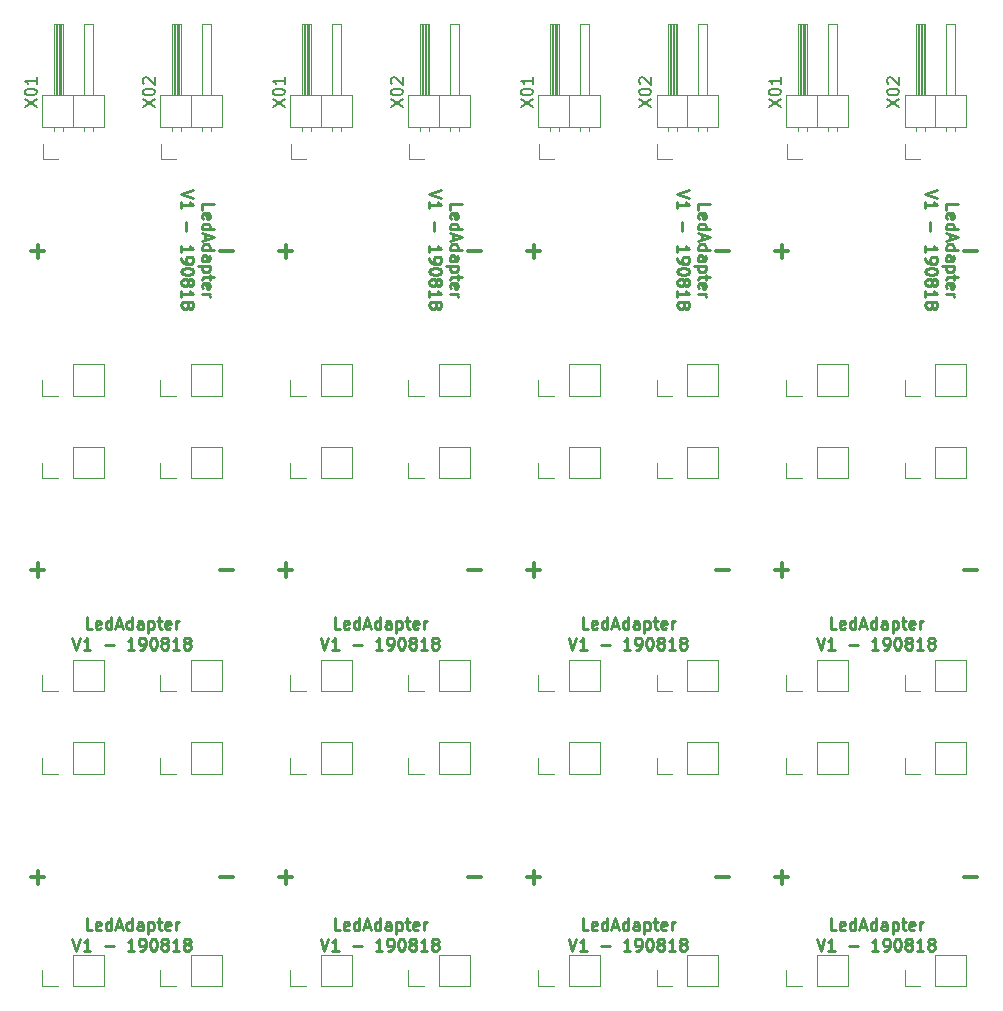
<source format=gbr>
G04 #@! TF.FileFunction,Legend,Top*
%FSLAX46Y46*%
G04 Gerber Fmt 4.6, Leading zero omitted, Abs format (unit mm)*
G04 Created by KiCad (PCBNEW 4.0.5) date 08/19/18 14:23:04*
%MOMM*%
%LPD*%
G01*
G04 APERTURE LIST*
%ADD10C,0.100000*%
%ADD11C,0.250000*%
%ADD12C,0.300000*%
%ADD13C,0.120000*%
%ADD14C,0.150000*%
G04 APERTURE END LIST*
D10*
D11*
X60619047Y-117577381D02*
X60142856Y-117577381D01*
X60142856Y-116577381D01*
X61333333Y-117529762D02*
X61238095Y-117577381D01*
X61047618Y-117577381D01*
X60952380Y-117529762D01*
X60904761Y-117434524D01*
X60904761Y-117053571D01*
X60952380Y-116958333D01*
X61047618Y-116910714D01*
X61238095Y-116910714D01*
X61333333Y-116958333D01*
X61380952Y-117053571D01*
X61380952Y-117148810D01*
X60904761Y-117244048D01*
X62238095Y-117577381D02*
X62238095Y-116577381D01*
X62238095Y-117529762D02*
X62142857Y-117577381D01*
X61952380Y-117577381D01*
X61857142Y-117529762D01*
X61809523Y-117482143D01*
X61761904Y-117386905D01*
X61761904Y-117101190D01*
X61809523Y-117005952D01*
X61857142Y-116958333D01*
X61952380Y-116910714D01*
X62142857Y-116910714D01*
X62238095Y-116958333D01*
X62666666Y-117291667D02*
X63142857Y-117291667D01*
X62571428Y-117577381D02*
X62904761Y-116577381D01*
X63238095Y-117577381D01*
X64000000Y-117577381D02*
X64000000Y-116577381D01*
X64000000Y-117529762D02*
X63904762Y-117577381D01*
X63714285Y-117577381D01*
X63619047Y-117529762D01*
X63571428Y-117482143D01*
X63523809Y-117386905D01*
X63523809Y-117101190D01*
X63571428Y-117005952D01*
X63619047Y-116958333D01*
X63714285Y-116910714D01*
X63904762Y-116910714D01*
X64000000Y-116958333D01*
X64904762Y-117577381D02*
X64904762Y-117053571D01*
X64857143Y-116958333D01*
X64761905Y-116910714D01*
X64571428Y-116910714D01*
X64476190Y-116958333D01*
X64904762Y-117529762D02*
X64809524Y-117577381D01*
X64571428Y-117577381D01*
X64476190Y-117529762D01*
X64428571Y-117434524D01*
X64428571Y-117339286D01*
X64476190Y-117244048D01*
X64571428Y-117196429D01*
X64809524Y-117196429D01*
X64904762Y-117148810D01*
X65380952Y-116910714D02*
X65380952Y-117910714D01*
X65380952Y-116958333D02*
X65476190Y-116910714D01*
X65666667Y-116910714D01*
X65761905Y-116958333D01*
X65809524Y-117005952D01*
X65857143Y-117101190D01*
X65857143Y-117386905D01*
X65809524Y-117482143D01*
X65761905Y-117529762D01*
X65666667Y-117577381D01*
X65476190Y-117577381D01*
X65380952Y-117529762D01*
X66142857Y-116910714D02*
X66523809Y-116910714D01*
X66285714Y-116577381D02*
X66285714Y-117434524D01*
X66333333Y-117529762D01*
X66428571Y-117577381D01*
X66523809Y-117577381D01*
X67238096Y-117529762D02*
X67142858Y-117577381D01*
X66952381Y-117577381D01*
X66857143Y-117529762D01*
X66809524Y-117434524D01*
X66809524Y-117053571D01*
X66857143Y-116958333D01*
X66952381Y-116910714D01*
X67142858Y-116910714D01*
X67238096Y-116958333D01*
X67285715Y-117053571D01*
X67285715Y-117148810D01*
X66809524Y-117244048D01*
X67714286Y-117577381D02*
X67714286Y-116910714D01*
X67714286Y-117101190D02*
X67761905Y-117005952D01*
X67809524Y-116958333D01*
X67904762Y-116910714D01*
X68000001Y-116910714D01*
X58952381Y-118327381D02*
X59285714Y-119327381D01*
X59619048Y-118327381D01*
X60476191Y-119327381D02*
X59904762Y-119327381D01*
X60190476Y-119327381D02*
X60190476Y-118327381D01*
X60095238Y-118470238D01*
X60000000Y-118565476D01*
X59904762Y-118613095D01*
X61666667Y-118946429D02*
X62428572Y-118946429D01*
X64190477Y-119327381D02*
X63619048Y-119327381D01*
X63904762Y-119327381D02*
X63904762Y-118327381D01*
X63809524Y-118470238D01*
X63714286Y-118565476D01*
X63619048Y-118613095D01*
X64666667Y-119327381D02*
X64857143Y-119327381D01*
X64952382Y-119279762D01*
X65000001Y-119232143D01*
X65095239Y-119089286D01*
X65142858Y-118898810D01*
X65142858Y-118517857D01*
X65095239Y-118422619D01*
X65047620Y-118375000D01*
X64952382Y-118327381D01*
X64761905Y-118327381D01*
X64666667Y-118375000D01*
X64619048Y-118422619D01*
X64571429Y-118517857D01*
X64571429Y-118755952D01*
X64619048Y-118851190D01*
X64666667Y-118898810D01*
X64761905Y-118946429D01*
X64952382Y-118946429D01*
X65047620Y-118898810D01*
X65095239Y-118851190D01*
X65142858Y-118755952D01*
X65761905Y-118327381D02*
X65857144Y-118327381D01*
X65952382Y-118375000D01*
X66000001Y-118422619D01*
X66047620Y-118517857D01*
X66095239Y-118708333D01*
X66095239Y-118946429D01*
X66047620Y-119136905D01*
X66000001Y-119232143D01*
X65952382Y-119279762D01*
X65857144Y-119327381D01*
X65761905Y-119327381D01*
X65666667Y-119279762D01*
X65619048Y-119232143D01*
X65571429Y-119136905D01*
X65523810Y-118946429D01*
X65523810Y-118708333D01*
X65571429Y-118517857D01*
X65619048Y-118422619D01*
X65666667Y-118375000D01*
X65761905Y-118327381D01*
X66666667Y-118755952D02*
X66571429Y-118708333D01*
X66523810Y-118660714D01*
X66476191Y-118565476D01*
X66476191Y-118517857D01*
X66523810Y-118422619D01*
X66571429Y-118375000D01*
X66666667Y-118327381D01*
X66857144Y-118327381D01*
X66952382Y-118375000D01*
X67000001Y-118422619D01*
X67047620Y-118517857D01*
X67047620Y-118565476D01*
X67000001Y-118660714D01*
X66952382Y-118708333D01*
X66857144Y-118755952D01*
X66666667Y-118755952D01*
X66571429Y-118803571D01*
X66523810Y-118851190D01*
X66476191Y-118946429D01*
X66476191Y-119136905D01*
X66523810Y-119232143D01*
X66571429Y-119279762D01*
X66666667Y-119327381D01*
X66857144Y-119327381D01*
X66952382Y-119279762D01*
X67000001Y-119232143D01*
X67047620Y-119136905D01*
X67047620Y-118946429D01*
X67000001Y-118851190D01*
X66952382Y-118803571D01*
X66857144Y-118755952D01*
X68000001Y-119327381D02*
X67428572Y-119327381D01*
X67714286Y-119327381D02*
X67714286Y-118327381D01*
X67619048Y-118470238D01*
X67523810Y-118565476D01*
X67428572Y-118613095D01*
X68571429Y-118755952D02*
X68476191Y-118708333D01*
X68428572Y-118660714D01*
X68380953Y-118565476D01*
X68380953Y-118517857D01*
X68428572Y-118422619D01*
X68476191Y-118375000D01*
X68571429Y-118327381D01*
X68761906Y-118327381D01*
X68857144Y-118375000D01*
X68904763Y-118422619D01*
X68952382Y-118517857D01*
X68952382Y-118565476D01*
X68904763Y-118660714D01*
X68857144Y-118708333D01*
X68761906Y-118755952D01*
X68571429Y-118755952D01*
X68476191Y-118803571D01*
X68428572Y-118851190D01*
X68380953Y-118946429D01*
X68380953Y-119136905D01*
X68428572Y-119232143D01*
X68476191Y-119279762D01*
X68571429Y-119327381D01*
X68761906Y-119327381D01*
X68857144Y-119279762D01*
X68904763Y-119232143D01*
X68952382Y-119136905D01*
X68952382Y-118946429D01*
X68904763Y-118851190D01*
X68857144Y-118803571D01*
X68761906Y-118755952D01*
X81619047Y-117577381D02*
X81142856Y-117577381D01*
X81142856Y-116577381D01*
X82333333Y-117529762D02*
X82238095Y-117577381D01*
X82047618Y-117577381D01*
X81952380Y-117529762D01*
X81904761Y-117434524D01*
X81904761Y-117053571D01*
X81952380Y-116958333D01*
X82047618Y-116910714D01*
X82238095Y-116910714D01*
X82333333Y-116958333D01*
X82380952Y-117053571D01*
X82380952Y-117148810D01*
X81904761Y-117244048D01*
X83238095Y-117577381D02*
X83238095Y-116577381D01*
X83238095Y-117529762D02*
X83142857Y-117577381D01*
X82952380Y-117577381D01*
X82857142Y-117529762D01*
X82809523Y-117482143D01*
X82761904Y-117386905D01*
X82761904Y-117101190D01*
X82809523Y-117005952D01*
X82857142Y-116958333D01*
X82952380Y-116910714D01*
X83142857Y-116910714D01*
X83238095Y-116958333D01*
X83666666Y-117291667D02*
X84142857Y-117291667D01*
X83571428Y-117577381D02*
X83904761Y-116577381D01*
X84238095Y-117577381D01*
X85000000Y-117577381D02*
X85000000Y-116577381D01*
X85000000Y-117529762D02*
X84904762Y-117577381D01*
X84714285Y-117577381D01*
X84619047Y-117529762D01*
X84571428Y-117482143D01*
X84523809Y-117386905D01*
X84523809Y-117101190D01*
X84571428Y-117005952D01*
X84619047Y-116958333D01*
X84714285Y-116910714D01*
X84904762Y-116910714D01*
X85000000Y-116958333D01*
X85904762Y-117577381D02*
X85904762Y-117053571D01*
X85857143Y-116958333D01*
X85761905Y-116910714D01*
X85571428Y-116910714D01*
X85476190Y-116958333D01*
X85904762Y-117529762D02*
X85809524Y-117577381D01*
X85571428Y-117577381D01*
X85476190Y-117529762D01*
X85428571Y-117434524D01*
X85428571Y-117339286D01*
X85476190Y-117244048D01*
X85571428Y-117196429D01*
X85809524Y-117196429D01*
X85904762Y-117148810D01*
X86380952Y-116910714D02*
X86380952Y-117910714D01*
X86380952Y-116958333D02*
X86476190Y-116910714D01*
X86666667Y-116910714D01*
X86761905Y-116958333D01*
X86809524Y-117005952D01*
X86857143Y-117101190D01*
X86857143Y-117386905D01*
X86809524Y-117482143D01*
X86761905Y-117529762D01*
X86666667Y-117577381D01*
X86476190Y-117577381D01*
X86380952Y-117529762D01*
X87142857Y-116910714D02*
X87523809Y-116910714D01*
X87285714Y-116577381D02*
X87285714Y-117434524D01*
X87333333Y-117529762D01*
X87428571Y-117577381D01*
X87523809Y-117577381D01*
X88238096Y-117529762D02*
X88142858Y-117577381D01*
X87952381Y-117577381D01*
X87857143Y-117529762D01*
X87809524Y-117434524D01*
X87809524Y-117053571D01*
X87857143Y-116958333D01*
X87952381Y-116910714D01*
X88142858Y-116910714D01*
X88238096Y-116958333D01*
X88285715Y-117053571D01*
X88285715Y-117148810D01*
X87809524Y-117244048D01*
X88714286Y-117577381D02*
X88714286Y-116910714D01*
X88714286Y-117101190D02*
X88761905Y-117005952D01*
X88809524Y-116958333D01*
X88904762Y-116910714D01*
X89000001Y-116910714D01*
X79952381Y-118327381D02*
X80285714Y-119327381D01*
X80619048Y-118327381D01*
X81476191Y-119327381D02*
X80904762Y-119327381D01*
X81190476Y-119327381D02*
X81190476Y-118327381D01*
X81095238Y-118470238D01*
X81000000Y-118565476D01*
X80904762Y-118613095D01*
X82666667Y-118946429D02*
X83428572Y-118946429D01*
X85190477Y-119327381D02*
X84619048Y-119327381D01*
X84904762Y-119327381D02*
X84904762Y-118327381D01*
X84809524Y-118470238D01*
X84714286Y-118565476D01*
X84619048Y-118613095D01*
X85666667Y-119327381D02*
X85857143Y-119327381D01*
X85952382Y-119279762D01*
X86000001Y-119232143D01*
X86095239Y-119089286D01*
X86142858Y-118898810D01*
X86142858Y-118517857D01*
X86095239Y-118422619D01*
X86047620Y-118375000D01*
X85952382Y-118327381D01*
X85761905Y-118327381D01*
X85666667Y-118375000D01*
X85619048Y-118422619D01*
X85571429Y-118517857D01*
X85571429Y-118755952D01*
X85619048Y-118851190D01*
X85666667Y-118898810D01*
X85761905Y-118946429D01*
X85952382Y-118946429D01*
X86047620Y-118898810D01*
X86095239Y-118851190D01*
X86142858Y-118755952D01*
X86761905Y-118327381D02*
X86857144Y-118327381D01*
X86952382Y-118375000D01*
X87000001Y-118422619D01*
X87047620Y-118517857D01*
X87095239Y-118708333D01*
X87095239Y-118946429D01*
X87047620Y-119136905D01*
X87000001Y-119232143D01*
X86952382Y-119279762D01*
X86857144Y-119327381D01*
X86761905Y-119327381D01*
X86666667Y-119279762D01*
X86619048Y-119232143D01*
X86571429Y-119136905D01*
X86523810Y-118946429D01*
X86523810Y-118708333D01*
X86571429Y-118517857D01*
X86619048Y-118422619D01*
X86666667Y-118375000D01*
X86761905Y-118327381D01*
X87666667Y-118755952D02*
X87571429Y-118708333D01*
X87523810Y-118660714D01*
X87476191Y-118565476D01*
X87476191Y-118517857D01*
X87523810Y-118422619D01*
X87571429Y-118375000D01*
X87666667Y-118327381D01*
X87857144Y-118327381D01*
X87952382Y-118375000D01*
X88000001Y-118422619D01*
X88047620Y-118517857D01*
X88047620Y-118565476D01*
X88000001Y-118660714D01*
X87952382Y-118708333D01*
X87857144Y-118755952D01*
X87666667Y-118755952D01*
X87571429Y-118803571D01*
X87523810Y-118851190D01*
X87476191Y-118946429D01*
X87476191Y-119136905D01*
X87523810Y-119232143D01*
X87571429Y-119279762D01*
X87666667Y-119327381D01*
X87857144Y-119327381D01*
X87952382Y-119279762D01*
X88000001Y-119232143D01*
X88047620Y-119136905D01*
X88047620Y-118946429D01*
X88000001Y-118851190D01*
X87952382Y-118803571D01*
X87857144Y-118755952D01*
X89000001Y-119327381D02*
X88428572Y-119327381D01*
X88714286Y-119327381D02*
X88714286Y-118327381D01*
X88619048Y-118470238D01*
X88523810Y-118565476D01*
X88428572Y-118613095D01*
X89571429Y-118755952D02*
X89476191Y-118708333D01*
X89428572Y-118660714D01*
X89380953Y-118565476D01*
X89380953Y-118517857D01*
X89428572Y-118422619D01*
X89476191Y-118375000D01*
X89571429Y-118327381D01*
X89761906Y-118327381D01*
X89857144Y-118375000D01*
X89904763Y-118422619D01*
X89952382Y-118517857D01*
X89952382Y-118565476D01*
X89904763Y-118660714D01*
X89857144Y-118708333D01*
X89761906Y-118755952D01*
X89571429Y-118755952D01*
X89476191Y-118803571D01*
X89428572Y-118851190D01*
X89380953Y-118946429D01*
X89380953Y-119136905D01*
X89428572Y-119232143D01*
X89476191Y-119279762D01*
X89571429Y-119327381D01*
X89761906Y-119327381D01*
X89857144Y-119279762D01*
X89904763Y-119232143D01*
X89952382Y-119136905D01*
X89952382Y-118946429D01*
X89904763Y-118851190D01*
X89857144Y-118803571D01*
X89761906Y-118755952D01*
X102619047Y-117577381D02*
X102142856Y-117577381D01*
X102142856Y-116577381D01*
X103333333Y-117529762D02*
X103238095Y-117577381D01*
X103047618Y-117577381D01*
X102952380Y-117529762D01*
X102904761Y-117434524D01*
X102904761Y-117053571D01*
X102952380Y-116958333D01*
X103047618Y-116910714D01*
X103238095Y-116910714D01*
X103333333Y-116958333D01*
X103380952Y-117053571D01*
X103380952Y-117148810D01*
X102904761Y-117244048D01*
X104238095Y-117577381D02*
X104238095Y-116577381D01*
X104238095Y-117529762D02*
X104142857Y-117577381D01*
X103952380Y-117577381D01*
X103857142Y-117529762D01*
X103809523Y-117482143D01*
X103761904Y-117386905D01*
X103761904Y-117101190D01*
X103809523Y-117005952D01*
X103857142Y-116958333D01*
X103952380Y-116910714D01*
X104142857Y-116910714D01*
X104238095Y-116958333D01*
X104666666Y-117291667D02*
X105142857Y-117291667D01*
X104571428Y-117577381D02*
X104904761Y-116577381D01*
X105238095Y-117577381D01*
X106000000Y-117577381D02*
X106000000Y-116577381D01*
X106000000Y-117529762D02*
X105904762Y-117577381D01*
X105714285Y-117577381D01*
X105619047Y-117529762D01*
X105571428Y-117482143D01*
X105523809Y-117386905D01*
X105523809Y-117101190D01*
X105571428Y-117005952D01*
X105619047Y-116958333D01*
X105714285Y-116910714D01*
X105904762Y-116910714D01*
X106000000Y-116958333D01*
X106904762Y-117577381D02*
X106904762Y-117053571D01*
X106857143Y-116958333D01*
X106761905Y-116910714D01*
X106571428Y-116910714D01*
X106476190Y-116958333D01*
X106904762Y-117529762D02*
X106809524Y-117577381D01*
X106571428Y-117577381D01*
X106476190Y-117529762D01*
X106428571Y-117434524D01*
X106428571Y-117339286D01*
X106476190Y-117244048D01*
X106571428Y-117196429D01*
X106809524Y-117196429D01*
X106904762Y-117148810D01*
X107380952Y-116910714D02*
X107380952Y-117910714D01*
X107380952Y-116958333D02*
X107476190Y-116910714D01*
X107666667Y-116910714D01*
X107761905Y-116958333D01*
X107809524Y-117005952D01*
X107857143Y-117101190D01*
X107857143Y-117386905D01*
X107809524Y-117482143D01*
X107761905Y-117529762D01*
X107666667Y-117577381D01*
X107476190Y-117577381D01*
X107380952Y-117529762D01*
X108142857Y-116910714D02*
X108523809Y-116910714D01*
X108285714Y-116577381D02*
X108285714Y-117434524D01*
X108333333Y-117529762D01*
X108428571Y-117577381D01*
X108523809Y-117577381D01*
X109238096Y-117529762D02*
X109142858Y-117577381D01*
X108952381Y-117577381D01*
X108857143Y-117529762D01*
X108809524Y-117434524D01*
X108809524Y-117053571D01*
X108857143Y-116958333D01*
X108952381Y-116910714D01*
X109142858Y-116910714D01*
X109238096Y-116958333D01*
X109285715Y-117053571D01*
X109285715Y-117148810D01*
X108809524Y-117244048D01*
X109714286Y-117577381D02*
X109714286Y-116910714D01*
X109714286Y-117101190D02*
X109761905Y-117005952D01*
X109809524Y-116958333D01*
X109904762Y-116910714D01*
X110000001Y-116910714D01*
X100952381Y-118327381D02*
X101285714Y-119327381D01*
X101619048Y-118327381D01*
X102476191Y-119327381D02*
X101904762Y-119327381D01*
X102190476Y-119327381D02*
X102190476Y-118327381D01*
X102095238Y-118470238D01*
X102000000Y-118565476D01*
X101904762Y-118613095D01*
X103666667Y-118946429D02*
X104428572Y-118946429D01*
X106190477Y-119327381D02*
X105619048Y-119327381D01*
X105904762Y-119327381D02*
X105904762Y-118327381D01*
X105809524Y-118470238D01*
X105714286Y-118565476D01*
X105619048Y-118613095D01*
X106666667Y-119327381D02*
X106857143Y-119327381D01*
X106952382Y-119279762D01*
X107000001Y-119232143D01*
X107095239Y-119089286D01*
X107142858Y-118898810D01*
X107142858Y-118517857D01*
X107095239Y-118422619D01*
X107047620Y-118375000D01*
X106952382Y-118327381D01*
X106761905Y-118327381D01*
X106666667Y-118375000D01*
X106619048Y-118422619D01*
X106571429Y-118517857D01*
X106571429Y-118755952D01*
X106619048Y-118851190D01*
X106666667Y-118898810D01*
X106761905Y-118946429D01*
X106952382Y-118946429D01*
X107047620Y-118898810D01*
X107095239Y-118851190D01*
X107142858Y-118755952D01*
X107761905Y-118327381D02*
X107857144Y-118327381D01*
X107952382Y-118375000D01*
X108000001Y-118422619D01*
X108047620Y-118517857D01*
X108095239Y-118708333D01*
X108095239Y-118946429D01*
X108047620Y-119136905D01*
X108000001Y-119232143D01*
X107952382Y-119279762D01*
X107857144Y-119327381D01*
X107761905Y-119327381D01*
X107666667Y-119279762D01*
X107619048Y-119232143D01*
X107571429Y-119136905D01*
X107523810Y-118946429D01*
X107523810Y-118708333D01*
X107571429Y-118517857D01*
X107619048Y-118422619D01*
X107666667Y-118375000D01*
X107761905Y-118327381D01*
X108666667Y-118755952D02*
X108571429Y-118708333D01*
X108523810Y-118660714D01*
X108476191Y-118565476D01*
X108476191Y-118517857D01*
X108523810Y-118422619D01*
X108571429Y-118375000D01*
X108666667Y-118327381D01*
X108857144Y-118327381D01*
X108952382Y-118375000D01*
X109000001Y-118422619D01*
X109047620Y-118517857D01*
X109047620Y-118565476D01*
X109000001Y-118660714D01*
X108952382Y-118708333D01*
X108857144Y-118755952D01*
X108666667Y-118755952D01*
X108571429Y-118803571D01*
X108523810Y-118851190D01*
X108476191Y-118946429D01*
X108476191Y-119136905D01*
X108523810Y-119232143D01*
X108571429Y-119279762D01*
X108666667Y-119327381D01*
X108857144Y-119327381D01*
X108952382Y-119279762D01*
X109000001Y-119232143D01*
X109047620Y-119136905D01*
X109047620Y-118946429D01*
X109000001Y-118851190D01*
X108952382Y-118803571D01*
X108857144Y-118755952D01*
X110000001Y-119327381D02*
X109428572Y-119327381D01*
X109714286Y-119327381D02*
X109714286Y-118327381D01*
X109619048Y-118470238D01*
X109523810Y-118565476D01*
X109428572Y-118613095D01*
X110571429Y-118755952D02*
X110476191Y-118708333D01*
X110428572Y-118660714D01*
X110380953Y-118565476D01*
X110380953Y-118517857D01*
X110428572Y-118422619D01*
X110476191Y-118375000D01*
X110571429Y-118327381D01*
X110761906Y-118327381D01*
X110857144Y-118375000D01*
X110904763Y-118422619D01*
X110952382Y-118517857D01*
X110952382Y-118565476D01*
X110904763Y-118660714D01*
X110857144Y-118708333D01*
X110761906Y-118755952D01*
X110571429Y-118755952D01*
X110476191Y-118803571D01*
X110428572Y-118851190D01*
X110380953Y-118946429D01*
X110380953Y-119136905D01*
X110428572Y-119232143D01*
X110476191Y-119279762D01*
X110571429Y-119327381D01*
X110761906Y-119327381D01*
X110857144Y-119279762D01*
X110904763Y-119232143D01*
X110952382Y-119136905D01*
X110952382Y-118946429D01*
X110904763Y-118851190D01*
X110857144Y-118803571D01*
X110761906Y-118755952D01*
X123619047Y-117577381D02*
X123142856Y-117577381D01*
X123142856Y-116577381D01*
X124333333Y-117529762D02*
X124238095Y-117577381D01*
X124047618Y-117577381D01*
X123952380Y-117529762D01*
X123904761Y-117434524D01*
X123904761Y-117053571D01*
X123952380Y-116958333D01*
X124047618Y-116910714D01*
X124238095Y-116910714D01*
X124333333Y-116958333D01*
X124380952Y-117053571D01*
X124380952Y-117148810D01*
X123904761Y-117244048D01*
X125238095Y-117577381D02*
X125238095Y-116577381D01*
X125238095Y-117529762D02*
X125142857Y-117577381D01*
X124952380Y-117577381D01*
X124857142Y-117529762D01*
X124809523Y-117482143D01*
X124761904Y-117386905D01*
X124761904Y-117101190D01*
X124809523Y-117005952D01*
X124857142Y-116958333D01*
X124952380Y-116910714D01*
X125142857Y-116910714D01*
X125238095Y-116958333D01*
X125666666Y-117291667D02*
X126142857Y-117291667D01*
X125571428Y-117577381D02*
X125904761Y-116577381D01*
X126238095Y-117577381D01*
X127000000Y-117577381D02*
X127000000Y-116577381D01*
X127000000Y-117529762D02*
X126904762Y-117577381D01*
X126714285Y-117577381D01*
X126619047Y-117529762D01*
X126571428Y-117482143D01*
X126523809Y-117386905D01*
X126523809Y-117101190D01*
X126571428Y-117005952D01*
X126619047Y-116958333D01*
X126714285Y-116910714D01*
X126904762Y-116910714D01*
X127000000Y-116958333D01*
X127904762Y-117577381D02*
X127904762Y-117053571D01*
X127857143Y-116958333D01*
X127761905Y-116910714D01*
X127571428Y-116910714D01*
X127476190Y-116958333D01*
X127904762Y-117529762D02*
X127809524Y-117577381D01*
X127571428Y-117577381D01*
X127476190Y-117529762D01*
X127428571Y-117434524D01*
X127428571Y-117339286D01*
X127476190Y-117244048D01*
X127571428Y-117196429D01*
X127809524Y-117196429D01*
X127904762Y-117148810D01*
X128380952Y-116910714D02*
X128380952Y-117910714D01*
X128380952Y-116958333D02*
X128476190Y-116910714D01*
X128666667Y-116910714D01*
X128761905Y-116958333D01*
X128809524Y-117005952D01*
X128857143Y-117101190D01*
X128857143Y-117386905D01*
X128809524Y-117482143D01*
X128761905Y-117529762D01*
X128666667Y-117577381D01*
X128476190Y-117577381D01*
X128380952Y-117529762D01*
X129142857Y-116910714D02*
X129523809Y-116910714D01*
X129285714Y-116577381D02*
X129285714Y-117434524D01*
X129333333Y-117529762D01*
X129428571Y-117577381D01*
X129523809Y-117577381D01*
X130238096Y-117529762D02*
X130142858Y-117577381D01*
X129952381Y-117577381D01*
X129857143Y-117529762D01*
X129809524Y-117434524D01*
X129809524Y-117053571D01*
X129857143Y-116958333D01*
X129952381Y-116910714D01*
X130142858Y-116910714D01*
X130238096Y-116958333D01*
X130285715Y-117053571D01*
X130285715Y-117148810D01*
X129809524Y-117244048D01*
X130714286Y-117577381D02*
X130714286Y-116910714D01*
X130714286Y-117101190D02*
X130761905Y-117005952D01*
X130809524Y-116958333D01*
X130904762Y-116910714D01*
X131000001Y-116910714D01*
X121952381Y-118327381D02*
X122285714Y-119327381D01*
X122619048Y-118327381D01*
X123476191Y-119327381D02*
X122904762Y-119327381D01*
X123190476Y-119327381D02*
X123190476Y-118327381D01*
X123095238Y-118470238D01*
X123000000Y-118565476D01*
X122904762Y-118613095D01*
X124666667Y-118946429D02*
X125428572Y-118946429D01*
X127190477Y-119327381D02*
X126619048Y-119327381D01*
X126904762Y-119327381D02*
X126904762Y-118327381D01*
X126809524Y-118470238D01*
X126714286Y-118565476D01*
X126619048Y-118613095D01*
X127666667Y-119327381D02*
X127857143Y-119327381D01*
X127952382Y-119279762D01*
X128000001Y-119232143D01*
X128095239Y-119089286D01*
X128142858Y-118898810D01*
X128142858Y-118517857D01*
X128095239Y-118422619D01*
X128047620Y-118375000D01*
X127952382Y-118327381D01*
X127761905Y-118327381D01*
X127666667Y-118375000D01*
X127619048Y-118422619D01*
X127571429Y-118517857D01*
X127571429Y-118755952D01*
X127619048Y-118851190D01*
X127666667Y-118898810D01*
X127761905Y-118946429D01*
X127952382Y-118946429D01*
X128047620Y-118898810D01*
X128095239Y-118851190D01*
X128142858Y-118755952D01*
X128761905Y-118327381D02*
X128857144Y-118327381D01*
X128952382Y-118375000D01*
X129000001Y-118422619D01*
X129047620Y-118517857D01*
X129095239Y-118708333D01*
X129095239Y-118946429D01*
X129047620Y-119136905D01*
X129000001Y-119232143D01*
X128952382Y-119279762D01*
X128857144Y-119327381D01*
X128761905Y-119327381D01*
X128666667Y-119279762D01*
X128619048Y-119232143D01*
X128571429Y-119136905D01*
X128523810Y-118946429D01*
X128523810Y-118708333D01*
X128571429Y-118517857D01*
X128619048Y-118422619D01*
X128666667Y-118375000D01*
X128761905Y-118327381D01*
X129666667Y-118755952D02*
X129571429Y-118708333D01*
X129523810Y-118660714D01*
X129476191Y-118565476D01*
X129476191Y-118517857D01*
X129523810Y-118422619D01*
X129571429Y-118375000D01*
X129666667Y-118327381D01*
X129857144Y-118327381D01*
X129952382Y-118375000D01*
X130000001Y-118422619D01*
X130047620Y-118517857D01*
X130047620Y-118565476D01*
X130000001Y-118660714D01*
X129952382Y-118708333D01*
X129857144Y-118755952D01*
X129666667Y-118755952D01*
X129571429Y-118803571D01*
X129523810Y-118851190D01*
X129476191Y-118946429D01*
X129476191Y-119136905D01*
X129523810Y-119232143D01*
X129571429Y-119279762D01*
X129666667Y-119327381D01*
X129857144Y-119327381D01*
X129952382Y-119279762D01*
X130000001Y-119232143D01*
X130047620Y-119136905D01*
X130047620Y-118946429D01*
X130000001Y-118851190D01*
X129952382Y-118803571D01*
X129857144Y-118755952D01*
X131000001Y-119327381D02*
X130428572Y-119327381D01*
X130714286Y-119327381D02*
X130714286Y-118327381D01*
X130619048Y-118470238D01*
X130523810Y-118565476D01*
X130428572Y-118613095D01*
X131571429Y-118755952D02*
X131476191Y-118708333D01*
X131428572Y-118660714D01*
X131380953Y-118565476D01*
X131380953Y-118517857D01*
X131428572Y-118422619D01*
X131476191Y-118375000D01*
X131571429Y-118327381D01*
X131761906Y-118327381D01*
X131857144Y-118375000D01*
X131904763Y-118422619D01*
X131952382Y-118517857D01*
X131952382Y-118565476D01*
X131904763Y-118660714D01*
X131857144Y-118708333D01*
X131761906Y-118755952D01*
X131571429Y-118755952D01*
X131476191Y-118803571D01*
X131428572Y-118851190D01*
X131380953Y-118946429D01*
X131380953Y-119136905D01*
X131428572Y-119232143D01*
X131476191Y-119279762D01*
X131571429Y-119327381D01*
X131761906Y-119327381D01*
X131857144Y-119279762D01*
X131904763Y-119232143D01*
X131952382Y-119136905D01*
X131952382Y-118946429D01*
X131904763Y-118851190D01*
X131857144Y-118803571D01*
X131761906Y-118755952D01*
X123619047Y-92077381D02*
X123142856Y-92077381D01*
X123142856Y-91077381D01*
X124333333Y-92029762D02*
X124238095Y-92077381D01*
X124047618Y-92077381D01*
X123952380Y-92029762D01*
X123904761Y-91934524D01*
X123904761Y-91553571D01*
X123952380Y-91458333D01*
X124047618Y-91410714D01*
X124238095Y-91410714D01*
X124333333Y-91458333D01*
X124380952Y-91553571D01*
X124380952Y-91648810D01*
X123904761Y-91744048D01*
X125238095Y-92077381D02*
X125238095Y-91077381D01*
X125238095Y-92029762D02*
X125142857Y-92077381D01*
X124952380Y-92077381D01*
X124857142Y-92029762D01*
X124809523Y-91982143D01*
X124761904Y-91886905D01*
X124761904Y-91601190D01*
X124809523Y-91505952D01*
X124857142Y-91458333D01*
X124952380Y-91410714D01*
X125142857Y-91410714D01*
X125238095Y-91458333D01*
X125666666Y-91791667D02*
X126142857Y-91791667D01*
X125571428Y-92077381D02*
X125904761Y-91077381D01*
X126238095Y-92077381D01*
X127000000Y-92077381D02*
X127000000Y-91077381D01*
X127000000Y-92029762D02*
X126904762Y-92077381D01*
X126714285Y-92077381D01*
X126619047Y-92029762D01*
X126571428Y-91982143D01*
X126523809Y-91886905D01*
X126523809Y-91601190D01*
X126571428Y-91505952D01*
X126619047Y-91458333D01*
X126714285Y-91410714D01*
X126904762Y-91410714D01*
X127000000Y-91458333D01*
X127904762Y-92077381D02*
X127904762Y-91553571D01*
X127857143Y-91458333D01*
X127761905Y-91410714D01*
X127571428Y-91410714D01*
X127476190Y-91458333D01*
X127904762Y-92029762D02*
X127809524Y-92077381D01*
X127571428Y-92077381D01*
X127476190Y-92029762D01*
X127428571Y-91934524D01*
X127428571Y-91839286D01*
X127476190Y-91744048D01*
X127571428Y-91696429D01*
X127809524Y-91696429D01*
X127904762Y-91648810D01*
X128380952Y-91410714D02*
X128380952Y-92410714D01*
X128380952Y-91458333D02*
X128476190Y-91410714D01*
X128666667Y-91410714D01*
X128761905Y-91458333D01*
X128809524Y-91505952D01*
X128857143Y-91601190D01*
X128857143Y-91886905D01*
X128809524Y-91982143D01*
X128761905Y-92029762D01*
X128666667Y-92077381D01*
X128476190Y-92077381D01*
X128380952Y-92029762D01*
X129142857Y-91410714D02*
X129523809Y-91410714D01*
X129285714Y-91077381D02*
X129285714Y-91934524D01*
X129333333Y-92029762D01*
X129428571Y-92077381D01*
X129523809Y-92077381D01*
X130238096Y-92029762D02*
X130142858Y-92077381D01*
X129952381Y-92077381D01*
X129857143Y-92029762D01*
X129809524Y-91934524D01*
X129809524Y-91553571D01*
X129857143Y-91458333D01*
X129952381Y-91410714D01*
X130142858Y-91410714D01*
X130238096Y-91458333D01*
X130285715Y-91553571D01*
X130285715Y-91648810D01*
X129809524Y-91744048D01*
X130714286Y-92077381D02*
X130714286Y-91410714D01*
X130714286Y-91601190D02*
X130761905Y-91505952D01*
X130809524Y-91458333D01*
X130904762Y-91410714D01*
X131000001Y-91410714D01*
X121952381Y-92827381D02*
X122285714Y-93827381D01*
X122619048Y-92827381D01*
X123476191Y-93827381D02*
X122904762Y-93827381D01*
X123190476Y-93827381D02*
X123190476Y-92827381D01*
X123095238Y-92970238D01*
X123000000Y-93065476D01*
X122904762Y-93113095D01*
X124666667Y-93446429D02*
X125428572Y-93446429D01*
X127190477Y-93827381D02*
X126619048Y-93827381D01*
X126904762Y-93827381D02*
X126904762Y-92827381D01*
X126809524Y-92970238D01*
X126714286Y-93065476D01*
X126619048Y-93113095D01*
X127666667Y-93827381D02*
X127857143Y-93827381D01*
X127952382Y-93779762D01*
X128000001Y-93732143D01*
X128095239Y-93589286D01*
X128142858Y-93398810D01*
X128142858Y-93017857D01*
X128095239Y-92922619D01*
X128047620Y-92875000D01*
X127952382Y-92827381D01*
X127761905Y-92827381D01*
X127666667Y-92875000D01*
X127619048Y-92922619D01*
X127571429Y-93017857D01*
X127571429Y-93255952D01*
X127619048Y-93351190D01*
X127666667Y-93398810D01*
X127761905Y-93446429D01*
X127952382Y-93446429D01*
X128047620Y-93398810D01*
X128095239Y-93351190D01*
X128142858Y-93255952D01*
X128761905Y-92827381D02*
X128857144Y-92827381D01*
X128952382Y-92875000D01*
X129000001Y-92922619D01*
X129047620Y-93017857D01*
X129095239Y-93208333D01*
X129095239Y-93446429D01*
X129047620Y-93636905D01*
X129000001Y-93732143D01*
X128952382Y-93779762D01*
X128857144Y-93827381D01*
X128761905Y-93827381D01*
X128666667Y-93779762D01*
X128619048Y-93732143D01*
X128571429Y-93636905D01*
X128523810Y-93446429D01*
X128523810Y-93208333D01*
X128571429Y-93017857D01*
X128619048Y-92922619D01*
X128666667Y-92875000D01*
X128761905Y-92827381D01*
X129666667Y-93255952D02*
X129571429Y-93208333D01*
X129523810Y-93160714D01*
X129476191Y-93065476D01*
X129476191Y-93017857D01*
X129523810Y-92922619D01*
X129571429Y-92875000D01*
X129666667Y-92827381D01*
X129857144Y-92827381D01*
X129952382Y-92875000D01*
X130000001Y-92922619D01*
X130047620Y-93017857D01*
X130047620Y-93065476D01*
X130000001Y-93160714D01*
X129952382Y-93208333D01*
X129857144Y-93255952D01*
X129666667Y-93255952D01*
X129571429Y-93303571D01*
X129523810Y-93351190D01*
X129476191Y-93446429D01*
X129476191Y-93636905D01*
X129523810Y-93732143D01*
X129571429Y-93779762D01*
X129666667Y-93827381D01*
X129857144Y-93827381D01*
X129952382Y-93779762D01*
X130000001Y-93732143D01*
X130047620Y-93636905D01*
X130047620Y-93446429D01*
X130000001Y-93351190D01*
X129952382Y-93303571D01*
X129857144Y-93255952D01*
X131000001Y-93827381D02*
X130428572Y-93827381D01*
X130714286Y-93827381D02*
X130714286Y-92827381D01*
X130619048Y-92970238D01*
X130523810Y-93065476D01*
X130428572Y-93113095D01*
X131571429Y-93255952D02*
X131476191Y-93208333D01*
X131428572Y-93160714D01*
X131380953Y-93065476D01*
X131380953Y-93017857D01*
X131428572Y-92922619D01*
X131476191Y-92875000D01*
X131571429Y-92827381D01*
X131761906Y-92827381D01*
X131857144Y-92875000D01*
X131904763Y-92922619D01*
X131952382Y-93017857D01*
X131952382Y-93065476D01*
X131904763Y-93160714D01*
X131857144Y-93208333D01*
X131761906Y-93255952D01*
X131571429Y-93255952D01*
X131476191Y-93303571D01*
X131428572Y-93351190D01*
X131380953Y-93446429D01*
X131380953Y-93636905D01*
X131428572Y-93732143D01*
X131476191Y-93779762D01*
X131571429Y-93827381D01*
X131761906Y-93827381D01*
X131857144Y-93779762D01*
X131904763Y-93732143D01*
X131952382Y-93636905D01*
X131952382Y-93446429D01*
X131904763Y-93351190D01*
X131857144Y-93303571D01*
X131761906Y-93255952D01*
X102619047Y-92077381D02*
X102142856Y-92077381D01*
X102142856Y-91077381D01*
X103333333Y-92029762D02*
X103238095Y-92077381D01*
X103047618Y-92077381D01*
X102952380Y-92029762D01*
X102904761Y-91934524D01*
X102904761Y-91553571D01*
X102952380Y-91458333D01*
X103047618Y-91410714D01*
X103238095Y-91410714D01*
X103333333Y-91458333D01*
X103380952Y-91553571D01*
X103380952Y-91648810D01*
X102904761Y-91744048D01*
X104238095Y-92077381D02*
X104238095Y-91077381D01*
X104238095Y-92029762D02*
X104142857Y-92077381D01*
X103952380Y-92077381D01*
X103857142Y-92029762D01*
X103809523Y-91982143D01*
X103761904Y-91886905D01*
X103761904Y-91601190D01*
X103809523Y-91505952D01*
X103857142Y-91458333D01*
X103952380Y-91410714D01*
X104142857Y-91410714D01*
X104238095Y-91458333D01*
X104666666Y-91791667D02*
X105142857Y-91791667D01*
X104571428Y-92077381D02*
X104904761Y-91077381D01*
X105238095Y-92077381D01*
X106000000Y-92077381D02*
X106000000Y-91077381D01*
X106000000Y-92029762D02*
X105904762Y-92077381D01*
X105714285Y-92077381D01*
X105619047Y-92029762D01*
X105571428Y-91982143D01*
X105523809Y-91886905D01*
X105523809Y-91601190D01*
X105571428Y-91505952D01*
X105619047Y-91458333D01*
X105714285Y-91410714D01*
X105904762Y-91410714D01*
X106000000Y-91458333D01*
X106904762Y-92077381D02*
X106904762Y-91553571D01*
X106857143Y-91458333D01*
X106761905Y-91410714D01*
X106571428Y-91410714D01*
X106476190Y-91458333D01*
X106904762Y-92029762D02*
X106809524Y-92077381D01*
X106571428Y-92077381D01*
X106476190Y-92029762D01*
X106428571Y-91934524D01*
X106428571Y-91839286D01*
X106476190Y-91744048D01*
X106571428Y-91696429D01*
X106809524Y-91696429D01*
X106904762Y-91648810D01*
X107380952Y-91410714D02*
X107380952Y-92410714D01*
X107380952Y-91458333D02*
X107476190Y-91410714D01*
X107666667Y-91410714D01*
X107761905Y-91458333D01*
X107809524Y-91505952D01*
X107857143Y-91601190D01*
X107857143Y-91886905D01*
X107809524Y-91982143D01*
X107761905Y-92029762D01*
X107666667Y-92077381D01*
X107476190Y-92077381D01*
X107380952Y-92029762D01*
X108142857Y-91410714D02*
X108523809Y-91410714D01*
X108285714Y-91077381D02*
X108285714Y-91934524D01*
X108333333Y-92029762D01*
X108428571Y-92077381D01*
X108523809Y-92077381D01*
X109238096Y-92029762D02*
X109142858Y-92077381D01*
X108952381Y-92077381D01*
X108857143Y-92029762D01*
X108809524Y-91934524D01*
X108809524Y-91553571D01*
X108857143Y-91458333D01*
X108952381Y-91410714D01*
X109142858Y-91410714D01*
X109238096Y-91458333D01*
X109285715Y-91553571D01*
X109285715Y-91648810D01*
X108809524Y-91744048D01*
X109714286Y-92077381D02*
X109714286Y-91410714D01*
X109714286Y-91601190D02*
X109761905Y-91505952D01*
X109809524Y-91458333D01*
X109904762Y-91410714D01*
X110000001Y-91410714D01*
X100952381Y-92827381D02*
X101285714Y-93827381D01*
X101619048Y-92827381D01*
X102476191Y-93827381D02*
X101904762Y-93827381D01*
X102190476Y-93827381D02*
X102190476Y-92827381D01*
X102095238Y-92970238D01*
X102000000Y-93065476D01*
X101904762Y-93113095D01*
X103666667Y-93446429D02*
X104428572Y-93446429D01*
X106190477Y-93827381D02*
X105619048Y-93827381D01*
X105904762Y-93827381D02*
X105904762Y-92827381D01*
X105809524Y-92970238D01*
X105714286Y-93065476D01*
X105619048Y-93113095D01*
X106666667Y-93827381D02*
X106857143Y-93827381D01*
X106952382Y-93779762D01*
X107000001Y-93732143D01*
X107095239Y-93589286D01*
X107142858Y-93398810D01*
X107142858Y-93017857D01*
X107095239Y-92922619D01*
X107047620Y-92875000D01*
X106952382Y-92827381D01*
X106761905Y-92827381D01*
X106666667Y-92875000D01*
X106619048Y-92922619D01*
X106571429Y-93017857D01*
X106571429Y-93255952D01*
X106619048Y-93351190D01*
X106666667Y-93398810D01*
X106761905Y-93446429D01*
X106952382Y-93446429D01*
X107047620Y-93398810D01*
X107095239Y-93351190D01*
X107142858Y-93255952D01*
X107761905Y-92827381D02*
X107857144Y-92827381D01*
X107952382Y-92875000D01*
X108000001Y-92922619D01*
X108047620Y-93017857D01*
X108095239Y-93208333D01*
X108095239Y-93446429D01*
X108047620Y-93636905D01*
X108000001Y-93732143D01*
X107952382Y-93779762D01*
X107857144Y-93827381D01*
X107761905Y-93827381D01*
X107666667Y-93779762D01*
X107619048Y-93732143D01*
X107571429Y-93636905D01*
X107523810Y-93446429D01*
X107523810Y-93208333D01*
X107571429Y-93017857D01*
X107619048Y-92922619D01*
X107666667Y-92875000D01*
X107761905Y-92827381D01*
X108666667Y-93255952D02*
X108571429Y-93208333D01*
X108523810Y-93160714D01*
X108476191Y-93065476D01*
X108476191Y-93017857D01*
X108523810Y-92922619D01*
X108571429Y-92875000D01*
X108666667Y-92827381D01*
X108857144Y-92827381D01*
X108952382Y-92875000D01*
X109000001Y-92922619D01*
X109047620Y-93017857D01*
X109047620Y-93065476D01*
X109000001Y-93160714D01*
X108952382Y-93208333D01*
X108857144Y-93255952D01*
X108666667Y-93255952D01*
X108571429Y-93303571D01*
X108523810Y-93351190D01*
X108476191Y-93446429D01*
X108476191Y-93636905D01*
X108523810Y-93732143D01*
X108571429Y-93779762D01*
X108666667Y-93827381D01*
X108857144Y-93827381D01*
X108952382Y-93779762D01*
X109000001Y-93732143D01*
X109047620Y-93636905D01*
X109047620Y-93446429D01*
X109000001Y-93351190D01*
X108952382Y-93303571D01*
X108857144Y-93255952D01*
X110000001Y-93827381D02*
X109428572Y-93827381D01*
X109714286Y-93827381D02*
X109714286Y-92827381D01*
X109619048Y-92970238D01*
X109523810Y-93065476D01*
X109428572Y-93113095D01*
X110571429Y-93255952D02*
X110476191Y-93208333D01*
X110428572Y-93160714D01*
X110380953Y-93065476D01*
X110380953Y-93017857D01*
X110428572Y-92922619D01*
X110476191Y-92875000D01*
X110571429Y-92827381D01*
X110761906Y-92827381D01*
X110857144Y-92875000D01*
X110904763Y-92922619D01*
X110952382Y-93017857D01*
X110952382Y-93065476D01*
X110904763Y-93160714D01*
X110857144Y-93208333D01*
X110761906Y-93255952D01*
X110571429Y-93255952D01*
X110476191Y-93303571D01*
X110428572Y-93351190D01*
X110380953Y-93446429D01*
X110380953Y-93636905D01*
X110428572Y-93732143D01*
X110476191Y-93779762D01*
X110571429Y-93827381D01*
X110761906Y-93827381D01*
X110857144Y-93779762D01*
X110904763Y-93732143D01*
X110952382Y-93636905D01*
X110952382Y-93446429D01*
X110904763Y-93351190D01*
X110857144Y-93303571D01*
X110761906Y-93255952D01*
X81619047Y-92077381D02*
X81142856Y-92077381D01*
X81142856Y-91077381D01*
X82333333Y-92029762D02*
X82238095Y-92077381D01*
X82047618Y-92077381D01*
X81952380Y-92029762D01*
X81904761Y-91934524D01*
X81904761Y-91553571D01*
X81952380Y-91458333D01*
X82047618Y-91410714D01*
X82238095Y-91410714D01*
X82333333Y-91458333D01*
X82380952Y-91553571D01*
X82380952Y-91648810D01*
X81904761Y-91744048D01*
X83238095Y-92077381D02*
X83238095Y-91077381D01*
X83238095Y-92029762D02*
X83142857Y-92077381D01*
X82952380Y-92077381D01*
X82857142Y-92029762D01*
X82809523Y-91982143D01*
X82761904Y-91886905D01*
X82761904Y-91601190D01*
X82809523Y-91505952D01*
X82857142Y-91458333D01*
X82952380Y-91410714D01*
X83142857Y-91410714D01*
X83238095Y-91458333D01*
X83666666Y-91791667D02*
X84142857Y-91791667D01*
X83571428Y-92077381D02*
X83904761Y-91077381D01*
X84238095Y-92077381D01*
X85000000Y-92077381D02*
X85000000Y-91077381D01*
X85000000Y-92029762D02*
X84904762Y-92077381D01*
X84714285Y-92077381D01*
X84619047Y-92029762D01*
X84571428Y-91982143D01*
X84523809Y-91886905D01*
X84523809Y-91601190D01*
X84571428Y-91505952D01*
X84619047Y-91458333D01*
X84714285Y-91410714D01*
X84904762Y-91410714D01*
X85000000Y-91458333D01*
X85904762Y-92077381D02*
X85904762Y-91553571D01*
X85857143Y-91458333D01*
X85761905Y-91410714D01*
X85571428Y-91410714D01*
X85476190Y-91458333D01*
X85904762Y-92029762D02*
X85809524Y-92077381D01*
X85571428Y-92077381D01*
X85476190Y-92029762D01*
X85428571Y-91934524D01*
X85428571Y-91839286D01*
X85476190Y-91744048D01*
X85571428Y-91696429D01*
X85809524Y-91696429D01*
X85904762Y-91648810D01*
X86380952Y-91410714D02*
X86380952Y-92410714D01*
X86380952Y-91458333D02*
X86476190Y-91410714D01*
X86666667Y-91410714D01*
X86761905Y-91458333D01*
X86809524Y-91505952D01*
X86857143Y-91601190D01*
X86857143Y-91886905D01*
X86809524Y-91982143D01*
X86761905Y-92029762D01*
X86666667Y-92077381D01*
X86476190Y-92077381D01*
X86380952Y-92029762D01*
X87142857Y-91410714D02*
X87523809Y-91410714D01*
X87285714Y-91077381D02*
X87285714Y-91934524D01*
X87333333Y-92029762D01*
X87428571Y-92077381D01*
X87523809Y-92077381D01*
X88238096Y-92029762D02*
X88142858Y-92077381D01*
X87952381Y-92077381D01*
X87857143Y-92029762D01*
X87809524Y-91934524D01*
X87809524Y-91553571D01*
X87857143Y-91458333D01*
X87952381Y-91410714D01*
X88142858Y-91410714D01*
X88238096Y-91458333D01*
X88285715Y-91553571D01*
X88285715Y-91648810D01*
X87809524Y-91744048D01*
X88714286Y-92077381D02*
X88714286Y-91410714D01*
X88714286Y-91601190D02*
X88761905Y-91505952D01*
X88809524Y-91458333D01*
X88904762Y-91410714D01*
X89000001Y-91410714D01*
X79952381Y-92827381D02*
X80285714Y-93827381D01*
X80619048Y-92827381D01*
X81476191Y-93827381D02*
X80904762Y-93827381D01*
X81190476Y-93827381D02*
X81190476Y-92827381D01*
X81095238Y-92970238D01*
X81000000Y-93065476D01*
X80904762Y-93113095D01*
X82666667Y-93446429D02*
X83428572Y-93446429D01*
X85190477Y-93827381D02*
X84619048Y-93827381D01*
X84904762Y-93827381D02*
X84904762Y-92827381D01*
X84809524Y-92970238D01*
X84714286Y-93065476D01*
X84619048Y-93113095D01*
X85666667Y-93827381D02*
X85857143Y-93827381D01*
X85952382Y-93779762D01*
X86000001Y-93732143D01*
X86095239Y-93589286D01*
X86142858Y-93398810D01*
X86142858Y-93017857D01*
X86095239Y-92922619D01*
X86047620Y-92875000D01*
X85952382Y-92827381D01*
X85761905Y-92827381D01*
X85666667Y-92875000D01*
X85619048Y-92922619D01*
X85571429Y-93017857D01*
X85571429Y-93255952D01*
X85619048Y-93351190D01*
X85666667Y-93398810D01*
X85761905Y-93446429D01*
X85952382Y-93446429D01*
X86047620Y-93398810D01*
X86095239Y-93351190D01*
X86142858Y-93255952D01*
X86761905Y-92827381D02*
X86857144Y-92827381D01*
X86952382Y-92875000D01*
X87000001Y-92922619D01*
X87047620Y-93017857D01*
X87095239Y-93208333D01*
X87095239Y-93446429D01*
X87047620Y-93636905D01*
X87000001Y-93732143D01*
X86952382Y-93779762D01*
X86857144Y-93827381D01*
X86761905Y-93827381D01*
X86666667Y-93779762D01*
X86619048Y-93732143D01*
X86571429Y-93636905D01*
X86523810Y-93446429D01*
X86523810Y-93208333D01*
X86571429Y-93017857D01*
X86619048Y-92922619D01*
X86666667Y-92875000D01*
X86761905Y-92827381D01*
X87666667Y-93255952D02*
X87571429Y-93208333D01*
X87523810Y-93160714D01*
X87476191Y-93065476D01*
X87476191Y-93017857D01*
X87523810Y-92922619D01*
X87571429Y-92875000D01*
X87666667Y-92827381D01*
X87857144Y-92827381D01*
X87952382Y-92875000D01*
X88000001Y-92922619D01*
X88047620Y-93017857D01*
X88047620Y-93065476D01*
X88000001Y-93160714D01*
X87952382Y-93208333D01*
X87857144Y-93255952D01*
X87666667Y-93255952D01*
X87571429Y-93303571D01*
X87523810Y-93351190D01*
X87476191Y-93446429D01*
X87476191Y-93636905D01*
X87523810Y-93732143D01*
X87571429Y-93779762D01*
X87666667Y-93827381D01*
X87857144Y-93827381D01*
X87952382Y-93779762D01*
X88000001Y-93732143D01*
X88047620Y-93636905D01*
X88047620Y-93446429D01*
X88000001Y-93351190D01*
X87952382Y-93303571D01*
X87857144Y-93255952D01*
X89000001Y-93827381D02*
X88428572Y-93827381D01*
X88714286Y-93827381D02*
X88714286Y-92827381D01*
X88619048Y-92970238D01*
X88523810Y-93065476D01*
X88428572Y-93113095D01*
X89571429Y-93255952D02*
X89476191Y-93208333D01*
X89428572Y-93160714D01*
X89380953Y-93065476D01*
X89380953Y-93017857D01*
X89428572Y-92922619D01*
X89476191Y-92875000D01*
X89571429Y-92827381D01*
X89761906Y-92827381D01*
X89857144Y-92875000D01*
X89904763Y-92922619D01*
X89952382Y-93017857D01*
X89952382Y-93065476D01*
X89904763Y-93160714D01*
X89857144Y-93208333D01*
X89761906Y-93255952D01*
X89571429Y-93255952D01*
X89476191Y-93303571D01*
X89428572Y-93351190D01*
X89380953Y-93446429D01*
X89380953Y-93636905D01*
X89428572Y-93732143D01*
X89476191Y-93779762D01*
X89571429Y-93827381D01*
X89761906Y-93827381D01*
X89857144Y-93779762D01*
X89904763Y-93732143D01*
X89952382Y-93636905D01*
X89952382Y-93446429D01*
X89904763Y-93351190D01*
X89857144Y-93303571D01*
X89761906Y-93255952D01*
X60619047Y-92077381D02*
X60142856Y-92077381D01*
X60142856Y-91077381D01*
X61333333Y-92029762D02*
X61238095Y-92077381D01*
X61047618Y-92077381D01*
X60952380Y-92029762D01*
X60904761Y-91934524D01*
X60904761Y-91553571D01*
X60952380Y-91458333D01*
X61047618Y-91410714D01*
X61238095Y-91410714D01*
X61333333Y-91458333D01*
X61380952Y-91553571D01*
X61380952Y-91648810D01*
X60904761Y-91744048D01*
X62238095Y-92077381D02*
X62238095Y-91077381D01*
X62238095Y-92029762D02*
X62142857Y-92077381D01*
X61952380Y-92077381D01*
X61857142Y-92029762D01*
X61809523Y-91982143D01*
X61761904Y-91886905D01*
X61761904Y-91601190D01*
X61809523Y-91505952D01*
X61857142Y-91458333D01*
X61952380Y-91410714D01*
X62142857Y-91410714D01*
X62238095Y-91458333D01*
X62666666Y-91791667D02*
X63142857Y-91791667D01*
X62571428Y-92077381D02*
X62904761Y-91077381D01*
X63238095Y-92077381D01*
X64000000Y-92077381D02*
X64000000Y-91077381D01*
X64000000Y-92029762D02*
X63904762Y-92077381D01*
X63714285Y-92077381D01*
X63619047Y-92029762D01*
X63571428Y-91982143D01*
X63523809Y-91886905D01*
X63523809Y-91601190D01*
X63571428Y-91505952D01*
X63619047Y-91458333D01*
X63714285Y-91410714D01*
X63904762Y-91410714D01*
X64000000Y-91458333D01*
X64904762Y-92077381D02*
X64904762Y-91553571D01*
X64857143Y-91458333D01*
X64761905Y-91410714D01*
X64571428Y-91410714D01*
X64476190Y-91458333D01*
X64904762Y-92029762D02*
X64809524Y-92077381D01*
X64571428Y-92077381D01*
X64476190Y-92029762D01*
X64428571Y-91934524D01*
X64428571Y-91839286D01*
X64476190Y-91744048D01*
X64571428Y-91696429D01*
X64809524Y-91696429D01*
X64904762Y-91648810D01*
X65380952Y-91410714D02*
X65380952Y-92410714D01*
X65380952Y-91458333D02*
X65476190Y-91410714D01*
X65666667Y-91410714D01*
X65761905Y-91458333D01*
X65809524Y-91505952D01*
X65857143Y-91601190D01*
X65857143Y-91886905D01*
X65809524Y-91982143D01*
X65761905Y-92029762D01*
X65666667Y-92077381D01*
X65476190Y-92077381D01*
X65380952Y-92029762D01*
X66142857Y-91410714D02*
X66523809Y-91410714D01*
X66285714Y-91077381D02*
X66285714Y-91934524D01*
X66333333Y-92029762D01*
X66428571Y-92077381D01*
X66523809Y-92077381D01*
X67238096Y-92029762D02*
X67142858Y-92077381D01*
X66952381Y-92077381D01*
X66857143Y-92029762D01*
X66809524Y-91934524D01*
X66809524Y-91553571D01*
X66857143Y-91458333D01*
X66952381Y-91410714D01*
X67142858Y-91410714D01*
X67238096Y-91458333D01*
X67285715Y-91553571D01*
X67285715Y-91648810D01*
X66809524Y-91744048D01*
X67714286Y-92077381D02*
X67714286Y-91410714D01*
X67714286Y-91601190D02*
X67761905Y-91505952D01*
X67809524Y-91458333D01*
X67904762Y-91410714D01*
X68000001Y-91410714D01*
X58952381Y-92827381D02*
X59285714Y-93827381D01*
X59619048Y-92827381D01*
X60476191Y-93827381D02*
X59904762Y-93827381D01*
X60190476Y-93827381D02*
X60190476Y-92827381D01*
X60095238Y-92970238D01*
X60000000Y-93065476D01*
X59904762Y-93113095D01*
X61666667Y-93446429D02*
X62428572Y-93446429D01*
X64190477Y-93827381D02*
X63619048Y-93827381D01*
X63904762Y-93827381D02*
X63904762Y-92827381D01*
X63809524Y-92970238D01*
X63714286Y-93065476D01*
X63619048Y-93113095D01*
X64666667Y-93827381D02*
X64857143Y-93827381D01*
X64952382Y-93779762D01*
X65000001Y-93732143D01*
X65095239Y-93589286D01*
X65142858Y-93398810D01*
X65142858Y-93017857D01*
X65095239Y-92922619D01*
X65047620Y-92875000D01*
X64952382Y-92827381D01*
X64761905Y-92827381D01*
X64666667Y-92875000D01*
X64619048Y-92922619D01*
X64571429Y-93017857D01*
X64571429Y-93255952D01*
X64619048Y-93351190D01*
X64666667Y-93398810D01*
X64761905Y-93446429D01*
X64952382Y-93446429D01*
X65047620Y-93398810D01*
X65095239Y-93351190D01*
X65142858Y-93255952D01*
X65761905Y-92827381D02*
X65857144Y-92827381D01*
X65952382Y-92875000D01*
X66000001Y-92922619D01*
X66047620Y-93017857D01*
X66095239Y-93208333D01*
X66095239Y-93446429D01*
X66047620Y-93636905D01*
X66000001Y-93732143D01*
X65952382Y-93779762D01*
X65857144Y-93827381D01*
X65761905Y-93827381D01*
X65666667Y-93779762D01*
X65619048Y-93732143D01*
X65571429Y-93636905D01*
X65523810Y-93446429D01*
X65523810Y-93208333D01*
X65571429Y-93017857D01*
X65619048Y-92922619D01*
X65666667Y-92875000D01*
X65761905Y-92827381D01*
X66666667Y-93255952D02*
X66571429Y-93208333D01*
X66523810Y-93160714D01*
X66476191Y-93065476D01*
X66476191Y-93017857D01*
X66523810Y-92922619D01*
X66571429Y-92875000D01*
X66666667Y-92827381D01*
X66857144Y-92827381D01*
X66952382Y-92875000D01*
X67000001Y-92922619D01*
X67047620Y-93017857D01*
X67047620Y-93065476D01*
X67000001Y-93160714D01*
X66952382Y-93208333D01*
X66857144Y-93255952D01*
X66666667Y-93255952D01*
X66571429Y-93303571D01*
X66523810Y-93351190D01*
X66476191Y-93446429D01*
X66476191Y-93636905D01*
X66523810Y-93732143D01*
X66571429Y-93779762D01*
X66666667Y-93827381D01*
X66857144Y-93827381D01*
X66952382Y-93779762D01*
X67000001Y-93732143D01*
X67047620Y-93636905D01*
X67047620Y-93446429D01*
X67000001Y-93351190D01*
X66952382Y-93303571D01*
X66857144Y-93255952D01*
X68000001Y-93827381D02*
X67428572Y-93827381D01*
X67714286Y-93827381D02*
X67714286Y-92827381D01*
X67619048Y-92970238D01*
X67523810Y-93065476D01*
X67428572Y-93113095D01*
X68571429Y-93255952D02*
X68476191Y-93208333D01*
X68428572Y-93160714D01*
X68380953Y-93065476D01*
X68380953Y-93017857D01*
X68428572Y-92922619D01*
X68476191Y-92875000D01*
X68571429Y-92827381D01*
X68761906Y-92827381D01*
X68857144Y-92875000D01*
X68904763Y-92922619D01*
X68952382Y-93017857D01*
X68952382Y-93065476D01*
X68904763Y-93160714D01*
X68857144Y-93208333D01*
X68761906Y-93255952D01*
X68571429Y-93255952D01*
X68476191Y-93303571D01*
X68428572Y-93351190D01*
X68380953Y-93446429D01*
X68380953Y-93636905D01*
X68428572Y-93732143D01*
X68476191Y-93779762D01*
X68571429Y-93827381D01*
X68761906Y-93827381D01*
X68857144Y-93779762D01*
X68904763Y-93732143D01*
X68952382Y-93636905D01*
X68952382Y-93446429D01*
X68904763Y-93351190D01*
X68857144Y-93303571D01*
X68761906Y-93255952D01*
X132922619Y-56619047D02*
X132922619Y-56142856D01*
X133922619Y-56142856D01*
X132970238Y-57333333D02*
X132922619Y-57238095D01*
X132922619Y-57047618D01*
X132970238Y-56952380D01*
X133065476Y-56904761D01*
X133446429Y-56904761D01*
X133541667Y-56952380D01*
X133589286Y-57047618D01*
X133589286Y-57238095D01*
X133541667Y-57333333D01*
X133446429Y-57380952D01*
X133351190Y-57380952D01*
X133255952Y-56904761D01*
X132922619Y-58238095D02*
X133922619Y-58238095D01*
X132970238Y-58238095D02*
X132922619Y-58142857D01*
X132922619Y-57952380D01*
X132970238Y-57857142D01*
X133017857Y-57809523D01*
X133113095Y-57761904D01*
X133398810Y-57761904D01*
X133494048Y-57809523D01*
X133541667Y-57857142D01*
X133589286Y-57952380D01*
X133589286Y-58142857D01*
X133541667Y-58238095D01*
X133208333Y-58666666D02*
X133208333Y-59142857D01*
X132922619Y-58571428D02*
X133922619Y-58904761D01*
X132922619Y-59238095D01*
X132922619Y-60000000D02*
X133922619Y-60000000D01*
X132970238Y-60000000D02*
X132922619Y-59904762D01*
X132922619Y-59714285D01*
X132970238Y-59619047D01*
X133017857Y-59571428D01*
X133113095Y-59523809D01*
X133398810Y-59523809D01*
X133494048Y-59571428D01*
X133541667Y-59619047D01*
X133589286Y-59714285D01*
X133589286Y-59904762D01*
X133541667Y-60000000D01*
X132922619Y-60904762D02*
X133446429Y-60904762D01*
X133541667Y-60857143D01*
X133589286Y-60761905D01*
X133589286Y-60571428D01*
X133541667Y-60476190D01*
X132970238Y-60904762D02*
X132922619Y-60809524D01*
X132922619Y-60571428D01*
X132970238Y-60476190D01*
X133065476Y-60428571D01*
X133160714Y-60428571D01*
X133255952Y-60476190D01*
X133303571Y-60571428D01*
X133303571Y-60809524D01*
X133351190Y-60904762D01*
X133589286Y-61380952D02*
X132589286Y-61380952D01*
X133541667Y-61380952D02*
X133589286Y-61476190D01*
X133589286Y-61666667D01*
X133541667Y-61761905D01*
X133494048Y-61809524D01*
X133398810Y-61857143D01*
X133113095Y-61857143D01*
X133017857Y-61809524D01*
X132970238Y-61761905D01*
X132922619Y-61666667D01*
X132922619Y-61476190D01*
X132970238Y-61380952D01*
X133589286Y-62142857D02*
X133589286Y-62523809D01*
X133922619Y-62285714D02*
X133065476Y-62285714D01*
X132970238Y-62333333D01*
X132922619Y-62428571D01*
X132922619Y-62523809D01*
X132970238Y-63238096D02*
X132922619Y-63142858D01*
X132922619Y-62952381D01*
X132970238Y-62857143D01*
X133065476Y-62809524D01*
X133446429Y-62809524D01*
X133541667Y-62857143D01*
X133589286Y-62952381D01*
X133589286Y-63142858D01*
X133541667Y-63238096D01*
X133446429Y-63285715D01*
X133351190Y-63285715D01*
X133255952Y-62809524D01*
X132922619Y-63714286D02*
X133589286Y-63714286D01*
X133398810Y-63714286D02*
X133494048Y-63761905D01*
X133541667Y-63809524D01*
X133589286Y-63904762D01*
X133589286Y-64000001D01*
X132172619Y-54952381D02*
X131172619Y-55285714D01*
X132172619Y-55619048D01*
X131172619Y-56476191D02*
X131172619Y-55904762D01*
X131172619Y-56190476D02*
X132172619Y-56190476D01*
X132029762Y-56095238D01*
X131934524Y-56000000D01*
X131886905Y-55904762D01*
X131553571Y-57666667D02*
X131553571Y-58428572D01*
X131172619Y-60190477D02*
X131172619Y-59619048D01*
X131172619Y-59904762D02*
X132172619Y-59904762D01*
X132029762Y-59809524D01*
X131934524Y-59714286D01*
X131886905Y-59619048D01*
X131172619Y-60666667D02*
X131172619Y-60857143D01*
X131220238Y-60952382D01*
X131267857Y-61000001D01*
X131410714Y-61095239D01*
X131601190Y-61142858D01*
X131982143Y-61142858D01*
X132077381Y-61095239D01*
X132125000Y-61047620D01*
X132172619Y-60952382D01*
X132172619Y-60761905D01*
X132125000Y-60666667D01*
X132077381Y-60619048D01*
X131982143Y-60571429D01*
X131744048Y-60571429D01*
X131648810Y-60619048D01*
X131601190Y-60666667D01*
X131553571Y-60761905D01*
X131553571Y-60952382D01*
X131601190Y-61047620D01*
X131648810Y-61095239D01*
X131744048Y-61142858D01*
X132172619Y-61761905D02*
X132172619Y-61857144D01*
X132125000Y-61952382D01*
X132077381Y-62000001D01*
X131982143Y-62047620D01*
X131791667Y-62095239D01*
X131553571Y-62095239D01*
X131363095Y-62047620D01*
X131267857Y-62000001D01*
X131220238Y-61952382D01*
X131172619Y-61857144D01*
X131172619Y-61761905D01*
X131220238Y-61666667D01*
X131267857Y-61619048D01*
X131363095Y-61571429D01*
X131553571Y-61523810D01*
X131791667Y-61523810D01*
X131982143Y-61571429D01*
X132077381Y-61619048D01*
X132125000Y-61666667D01*
X132172619Y-61761905D01*
X131744048Y-62666667D02*
X131791667Y-62571429D01*
X131839286Y-62523810D01*
X131934524Y-62476191D01*
X131982143Y-62476191D01*
X132077381Y-62523810D01*
X132125000Y-62571429D01*
X132172619Y-62666667D01*
X132172619Y-62857144D01*
X132125000Y-62952382D01*
X132077381Y-63000001D01*
X131982143Y-63047620D01*
X131934524Y-63047620D01*
X131839286Y-63000001D01*
X131791667Y-62952382D01*
X131744048Y-62857144D01*
X131744048Y-62666667D01*
X131696429Y-62571429D01*
X131648810Y-62523810D01*
X131553571Y-62476191D01*
X131363095Y-62476191D01*
X131267857Y-62523810D01*
X131220238Y-62571429D01*
X131172619Y-62666667D01*
X131172619Y-62857144D01*
X131220238Y-62952382D01*
X131267857Y-63000001D01*
X131363095Y-63047620D01*
X131553571Y-63047620D01*
X131648810Y-63000001D01*
X131696429Y-62952382D01*
X131744048Y-62857144D01*
X131172619Y-64000001D02*
X131172619Y-63428572D01*
X131172619Y-63714286D02*
X132172619Y-63714286D01*
X132029762Y-63619048D01*
X131934524Y-63523810D01*
X131886905Y-63428572D01*
X131744048Y-64571429D02*
X131791667Y-64476191D01*
X131839286Y-64428572D01*
X131934524Y-64380953D01*
X131982143Y-64380953D01*
X132077381Y-64428572D01*
X132125000Y-64476191D01*
X132172619Y-64571429D01*
X132172619Y-64761906D01*
X132125000Y-64857144D01*
X132077381Y-64904763D01*
X131982143Y-64952382D01*
X131934524Y-64952382D01*
X131839286Y-64904763D01*
X131791667Y-64857144D01*
X131744048Y-64761906D01*
X131744048Y-64571429D01*
X131696429Y-64476191D01*
X131648810Y-64428572D01*
X131553571Y-64380953D01*
X131363095Y-64380953D01*
X131267857Y-64428572D01*
X131220238Y-64476191D01*
X131172619Y-64571429D01*
X131172619Y-64761906D01*
X131220238Y-64857144D01*
X131267857Y-64904763D01*
X131363095Y-64952382D01*
X131553571Y-64952382D01*
X131648810Y-64904763D01*
X131696429Y-64857144D01*
X131744048Y-64761906D01*
X111922619Y-56619047D02*
X111922619Y-56142856D01*
X112922619Y-56142856D01*
X111970238Y-57333333D02*
X111922619Y-57238095D01*
X111922619Y-57047618D01*
X111970238Y-56952380D01*
X112065476Y-56904761D01*
X112446429Y-56904761D01*
X112541667Y-56952380D01*
X112589286Y-57047618D01*
X112589286Y-57238095D01*
X112541667Y-57333333D01*
X112446429Y-57380952D01*
X112351190Y-57380952D01*
X112255952Y-56904761D01*
X111922619Y-58238095D02*
X112922619Y-58238095D01*
X111970238Y-58238095D02*
X111922619Y-58142857D01*
X111922619Y-57952380D01*
X111970238Y-57857142D01*
X112017857Y-57809523D01*
X112113095Y-57761904D01*
X112398810Y-57761904D01*
X112494048Y-57809523D01*
X112541667Y-57857142D01*
X112589286Y-57952380D01*
X112589286Y-58142857D01*
X112541667Y-58238095D01*
X112208333Y-58666666D02*
X112208333Y-59142857D01*
X111922619Y-58571428D02*
X112922619Y-58904761D01*
X111922619Y-59238095D01*
X111922619Y-60000000D02*
X112922619Y-60000000D01*
X111970238Y-60000000D02*
X111922619Y-59904762D01*
X111922619Y-59714285D01*
X111970238Y-59619047D01*
X112017857Y-59571428D01*
X112113095Y-59523809D01*
X112398810Y-59523809D01*
X112494048Y-59571428D01*
X112541667Y-59619047D01*
X112589286Y-59714285D01*
X112589286Y-59904762D01*
X112541667Y-60000000D01*
X111922619Y-60904762D02*
X112446429Y-60904762D01*
X112541667Y-60857143D01*
X112589286Y-60761905D01*
X112589286Y-60571428D01*
X112541667Y-60476190D01*
X111970238Y-60904762D02*
X111922619Y-60809524D01*
X111922619Y-60571428D01*
X111970238Y-60476190D01*
X112065476Y-60428571D01*
X112160714Y-60428571D01*
X112255952Y-60476190D01*
X112303571Y-60571428D01*
X112303571Y-60809524D01*
X112351190Y-60904762D01*
X112589286Y-61380952D02*
X111589286Y-61380952D01*
X112541667Y-61380952D02*
X112589286Y-61476190D01*
X112589286Y-61666667D01*
X112541667Y-61761905D01*
X112494048Y-61809524D01*
X112398810Y-61857143D01*
X112113095Y-61857143D01*
X112017857Y-61809524D01*
X111970238Y-61761905D01*
X111922619Y-61666667D01*
X111922619Y-61476190D01*
X111970238Y-61380952D01*
X112589286Y-62142857D02*
X112589286Y-62523809D01*
X112922619Y-62285714D02*
X112065476Y-62285714D01*
X111970238Y-62333333D01*
X111922619Y-62428571D01*
X111922619Y-62523809D01*
X111970238Y-63238096D02*
X111922619Y-63142858D01*
X111922619Y-62952381D01*
X111970238Y-62857143D01*
X112065476Y-62809524D01*
X112446429Y-62809524D01*
X112541667Y-62857143D01*
X112589286Y-62952381D01*
X112589286Y-63142858D01*
X112541667Y-63238096D01*
X112446429Y-63285715D01*
X112351190Y-63285715D01*
X112255952Y-62809524D01*
X111922619Y-63714286D02*
X112589286Y-63714286D01*
X112398810Y-63714286D02*
X112494048Y-63761905D01*
X112541667Y-63809524D01*
X112589286Y-63904762D01*
X112589286Y-64000001D01*
X111172619Y-54952381D02*
X110172619Y-55285714D01*
X111172619Y-55619048D01*
X110172619Y-56476191D02*
X110172619Y-55904762D01*
X110172619Y-56190476D02*
X111172619Y-56190476D01*
X111029762Y-56095238D01*
X110934524Y-56000000D01*
X110886905Y-55904762D01*
X110553571Y-57666667D02*
X110553571Y-58428572D01*
X110172619Y-60190477D02*
X110172619Y-59619048D01*
X110172619Y-59904762D02*
X111172619Y-59904762D01*
X111029762Y-59809524D01*
X110934524Y-59714286D01*
X110886905Y-59619048D01*
X110172619Y-60666667D02*
X110172619Y-60857143D01*
X110220238Y-60952382D01*
X110267857Y-61000001D01*
X110410714Y-61095239D01*
X110601190Y-61142858D01*
X110982143Y-61142858D01*
X111077381Y-61095239D01*
X111125000Y-61047620D01*
X111172619Y-60952382D01*
X111172619Y-60761905D01*
X111125000Y-60666667D01*
X111077381Y-60619048D01*
X110982143Y-60571429D01*
X110744048Y-60571429D01*
X110648810Y-60619048D01*
X110601190Y-60666667D01*
X110553571Y-60761905D01*
X110553571Y-60952382D01*
X110601190Y-61047620D01*
X110648810Y-61095239D01*
X110744048Y-61142858D01*
X111172619Y-61761905D02*
X111172619Y-61857144D01*
X111125000Y-61952382D01*
X111077381Y-62000001D01*
X110982143Y-62047620D01*
X110791667Y-62095239D01*
X110553571Y-62095239D01*
X110363095Y-62047620D01*
X110267857Y-62000001D01*
X110220238Y-61952382D01*
X110172619Y-61857144D01*
X110172619Y-61761905D01*
X110220238Y-61666667D01*
X110267857Y-61619048D01*
X110363095Y-61571429D01*
X110553571Y-61523810D01*
X110791667Y-61523810D01*
X110982143Y-61571429D01*
X111077381Y-61619048D01*
X111125000Y-61666667D01*
X111172619Y-61761905D01*
X110744048Y-62666667D02*
X110791667Y-62571429D01*
X110839286Y-62523810D01*
X110934524Y-62476191D01*
X110982143Y-62476191D01*
X111077381Y-62523810D01*
X111125000Y-62571429D01*
X111172619Y-62666667D01*
X111172619Y-62857144D01*
X111125000Y-62952382D01*
X111077381Y-63000001D01*
X110982143Y-63047620D01*
X110934524Y-63047620D01*
X110839286Y-63000001D01*
X110791667Y-62952382D01*
X110744048Y-62857144D01*
X110744048Y-62666667D01*
X110696429Y-62571429D01*
X110648810Y-62523810D01*
X110553571Y-62476191D01*
X110363095Y-62476191D01*
X110267857Y-62523810D01*
X110220238Y-62571429D01*
X110172619Y-62666667D01*
X110172619Y-62857144D01*
X110220238Y-62952382D01*
X110267857Y-63000001D01*
X110363095Y-63047620D01*
X110553571Y-63047620D01*
X110648810Y-63000001D01*
X110696429Y-62952382D01*
X110744048Y-62857144D01*
X110172619Y-64000001D02*
X110172619Y-63428572D01*
X110172619Y-63714286D02*
X111172619Y-63714286D01*
X111029762Y-63619048D01*
X110934524Y-63523810D01*
X110886905Y-63428572D01*
X110744048Y-64571429D02*
X110791667Y-64476191D01*
X110839286Y-64428572D01*
X110934524Y-64380953D01*
X110982143Y-64380953D01*
X111077381Y-64428572D01*
X111125000Y-64476191D01*
X111172619Y-64571429D01*
X111172619Y-64761906D01*
X111125000Y-64857144D01*
X111077381Y-64904763D01*
X110982143Y-64952382D01*
X110934524Y-64952382D01*
X110839286Y-64904763D01*
X110791667Y-64857144D01*
X110744048Y-64761906D01*
X110744048Y-64571429D01*
X110696429Y-64476191D01*
X110648810Y-64428572D01*
X110553571Y-64380953D01*
X110363095Y-64380953D01*
X110267857Y-64428572D01*
X110220238Y-64476191D01*
X110172619Y-64571429D01*
X110172619Y-64761906D01*
X110220238Y-64857144D01*
X110267857Y-64904763D01*
X110363095Y-64952382D01*
X110553571Y-64952382D01*
X110648810Y-64904763D01*
X110696429Y-64857144D01*
X110744048Y-64761906D01*
X90922619Y-56619047D02*
X90922619Y-56142856D01*
X91922619Y-56142856D01*
X90970238Y-57333333D02*
X90922619Y-57238095D01*
X90922619Y-57047618D01*
X90970238Y-56952380D01*
X91065476Y-56904761D01*
X91446429Y-56904761D01*
X91541667Y-56952380D01*
X91589286Y-57047618D01*
X91589286Y-57238095D01*
X91541667Y-57333333D01*
X91446429Y-57380952D01*
X91351190Y-57380952D01*
X91255952Y-56904761D01*
X90922619Y-58238095D02*
X91922619Y-58238095D01*
X90970238Y-58238095D02*
X90922619Y-58142857D01*
X90922619Y-57952380D01*
X90970238Y-57857142D01*
X91017857Y-57809523D01*
X91113095Y-57761904D01*
X91398810Y-57761904D01*
X91494048Y-57809523D01*
X91541667Y-57857142D01*
X91589286Y-57952380D01*
X91589286Y-58142857D01*
X91541667Y-58238095D01*
X91208333Y-58666666D02*
X91208333Y-59142857D01*
X90922619Y-58571428D02*
X91922619Y-58904761D01*
X90922619Y-59238095D01*
X90922619Y-60000000D02*
X91922619Y-60000000D01*
X90970238Y-60000000D02*
X90922619Y-59904762D01*
X90922619Y-59714285D01*
X90970238Y-59619047D01*
X91017857Y-59571428D01*
X91113095Y-59523809D01*
X91398810Y-59523809D01*
X91494048Y-59571428D01*
X91541667Y-59619047D01*
X91589286Y-59714285D01*
X91589286Y-59904762D01*
X91541667Y-60000000D01*
X90922619Y-60904762D02*
X91446429Y-60904762D01*
X91541667Y-60857143D01*
X91589286Y-60761905D01*
X91589286Y-60571428D01*
X91541667Y-60476190D01*
X90970238Y-60904762D02*
X90922619Y-60809524D01*
X90922619Y-60571428D01*
X90970238Y-60476190D01*
X91065476Y-60428571D01*
X91160714Y-60428571D01*
X91255952Y-60476190D01*
X91303571Y-60571428D01*
X91303571Y-60809524D01*
X91351190Y-60904762D01*
X91589286Y-61380952D02*
X90589286Y-61380952D01*
X91541667Y-61380952D02*
X91589286Y-61476190D01*
X91589286Y-61666667D01*
X91541667Y-61761905D01*
X91494048Y-61809524D01*
X91398810Y-61857143D01*
X91113095Y-61857143D01*
X91017857Y-61809524D01*
X90970238Y-61761905D01*
X90922619Y-61666667D01*
X90922619Y-61476190D01*
X90970238Y-61380952D01*
X91589286Y-62142857D02*
X91589286Y-62523809D01*
X91922619Y-62285714D02*
X91065476Y-62285714D01*
X90970238Y-62333333D01*
X90922619Y-62428571D01*
X90922619Y-62523809D01*
X90970238Y-63238096D02*
X90922619Y-63142858D01*
X90922619Y-62952381D01*
X90970238Y-62857143D01*
X91065476Y-62809524D01*
X91446429Y-62809524D01*
X91541667Y-62857143D01*
X91589286Y-62952381D01*
X91589286Y-63142858D01*
X91541667Y-63238096D01*
X91446429Y-63285715D01*
X91351190Y-63285715D01*
X91255952Y-62809524D01*
X90922619Y-63714286D02*
X91589286Y-63714286D01*
X91398810Y-63714286D02*
X91494048Y-63761905D01*
X91541667Y-63809524D01*
X91589286Y-63904762D01*
X91589286Y-64000001D01*
X90172619Y-54952381D02*
X89172619Y-55285714D01*
X90172619Y-55619048D01*
X89172619Y-56476191D02*
X89172619Y-55904762D01*
X89172619Y-56190476D02*
X90172619Y-56190476D01*
X90029762Y-56095238D01*
X89934524Y-56000000D01*
X89886905Y-55904762D01*
X89553571Y-57666667D02*
X89553571Y-58428572D01*
X89172619Y-60190477D02*
X89172619Y-59619048D01*
X89172619Y-59904762D02*
X90172619Y-59904762D01*
X90029762Y-59809524D01*
X89934524Y-59714286D01*
X89886905Y-59619048D01*
X89172619Y-60666667D02*
X89172619Y-60857143D01*
X89220238Y-60952382D01*
X89267857Y-61000001D01*
X89410714Y-61095239D01*
X89601190Y-61142858D01*
X89982143Y-61142858D01*
X90077381Y-61095239D01*
X90125000Y-61047620D01*
X90172619Y-60952382D01*
X90172619Y-60761905D01*
X90125000Y-60666667D01*
X90077381Y-60619048D01*
X89982143Y-60571429D01*
X89744048Y-60571429D01*
X89648810Y-60619048D01*
X89601190Y-60666667D01*
X89553571Y-60761905D01*
X89553571Y-60952382D01*
X89601190Y-61047620D01*
X89648810Y-61095239D01*
X89744048Y-61142858D01*
X90172619Y-61761905D02*
X90172619Y-61857144D01*
X90125000Y-61952382D01*
X90077381Y-62000001D01*
X89982143Y-62047620D01*
X89791667Y-62095239D01*
X89553571Y-62095239D01*
X89363095Y-62047620D01*
X89267857Y-62000001D01*
X89220238Y-61952382D01*
X89172619Y-61857144D01*
X89172619Y-61761905D01*
X89220238Y-61666667D01*
X89267857Y-61619048D01*
X89363095Y-61571429D01*
X89553571Y-61523810D01*
X89791667Y-61523810D01*
X89982143Y-61571429D01*
X90077381Y-61619048D01*
X90125000Y-61666667D01*
X90172619Y-61761905D01*
X89744048Y-62666667D02*
X89791667Y-62571429D01*
X89839286Y-62523810D01*
X89934524Y-62476191D01*
X89982143Y-62476191D01*
X90077381Y-62523810D01*
X90125000Y-62571429D01*
X90172619Y-62666667D01*
X90172619Y-62857144D01*
X90125000Y-62952382D01*
X90077381Y-63000001D01*
X89982143Y-63047620D01*
X89934524Y-63047620D01*
X89839286Y-63000001D01*
X89791667Y-62952382D01*
X89744048Y-62857144D01*
X89744048Y-62666667D01*
X89696429Y-62571429D01*
X89648810Y-62523810D01*
X89553571Y-62476191D01*
X89363095Y-62476191D01*
X89267857Y-62523810D01*
X89220238Y-62571429D01*
X89172619Y-62666667D01*
X89172619Y-62857144D01*
X89220238Y-62952382D01*
X89267857Y-63000001D01*
X89363095Y-63047620D01*
X89553571Y-63047620D01*
X89648810Y-63000001D01*
X89696429Y-62952382D01*
X89744048Y-62857144D01*
X89172619Y-64000001D02*
X89172619Y-63428572D01*
X89172619Y-63714286D02*
X90172619Y-63714286D01*
X90029762Y-63619048D01*
X89934524Y-63523810D01*
X89886905Y-63428572D01*
X89744048Y-64571429D02*
X89791667Y-64476191D01*
X89839286Y-64428572D01*
X89934524Y-64380953D01*
X89982143Y-64380953D01*
X90077381Y-64428572D01*
X90125000Y-64476191D01*
X90172619Y-64571429D01*
X90172619Y-64761906D01*
X90125000Y-64857144D01*
X90077381Y-64904763D01*
X89982143Y-64952382D01*
X89934524Y-64952382D01*
X89839286Y-64904763D01*
X89791667Y-64857144D01*
X89744048Y-64761906D01*
X89744048Y-64571429D01*
X89696429Y-64476191D01*
X89648810Y-64428572D01*
X89553571Y-64380953D01*
X89363095Y-64380953D01*
X89267857Y-64428572D01*
X89220238Y-64476191D01*
X89172619Y-64571429D01*
X89172619Y-64761906D01*
X89220238Y-64857144D01*
X89267857Y-64904763D01*
X89363095Y-64952382D01*
X89553571Y-64952382D01*
X89648810Y-64904763D01*
X89696429Y-64857144D01*
X89744048Y-64761906D01*
X69922619Y-56619047D02*
X69922619Y-56142856D01*
X70922619Y-56142856D01*
X69970238Y-57333333D02*
X69922619Y-57238095D01*
X69922619Y-57047618D01*
X69970238Y-56952380D01*
X70065476Y-56904761D01*
X70446429Y-56904761D01*
X70541667Y-56952380D01*
X70589286Y-57047618D01*
X70589286Y-57238095D01*
X70541667Y-57333333D01*
X70446429Y-57380952D01*
X70351190Y-57380952D01*
X70255952Y-56904761D01*
X69922619Y-58238095D02*
X70922619Y-58238095D01*
X69970238Y-58238095D02*
X69922619Y-58142857D01*
X69922619Y-57952380D01*
X69970238Y-57857142D01*
X70017857Y-57809523D01*
X70113095Y-57761904D01*
X70398810Y-57761904D01*
X70494048Y-57809523D01*
X70541667Y-57857142D01*
X70589286Y-57952380D01*
X70589286Y-58142857D01*
X70541667Y-58238095D01*
X70208333Y-58666666D02*
X70208333Y-59142857D01*
X69922619Y-58571428D02*
X70922619Y-58904761D01*
X69922619Y-59238095D01*
X69922619Y-60000000D02*
X70922619Y-60000000D01*
X69970238Y-60000000D02*
X69922619Y-59904762D01*
X69922619Y-59714285D01*
X69970238Y-59619047D01*
X70017857Y-59571428D01*
X70113095Y-59523809D01*
X70398810Y-59523809D01*
X70494048Y-59571428D01*
X70541667Y-59619047D01*
X70589286Y-59714285D01*
X70589286Y-59904762D01*
X70541667Y-60000000D01*
X69922619Y-60904762D02*
X70446429Y-60904762D01*
X70541667Y-60857143D01*
X70589286Y-60761905D01*
X70589286Y-60571428D01*
X70541667Y-60476190D01*
X69970238Y-60904762D02*
X69922619Y-60809524D01*
X69922619Y-60571428D01*
X69970238Y-60476190D01*
X70065476Y-60428571D01*
X70160714Y-60428571D01*
X70255952Y-60476190D01*
X70303571Y-60571428D01*
X70303571Y-60809524D01*
X70351190Y-60904762D01*
X70589286Y-61380952D02*
X69589286Y-61380952D01*
X70541667Y-61380952D02*
X70589286Y-61476190D01*
X70589286Y-61666667D01*
X70541667Y-61761905D01*
X70494048Y-61809524D01*
X70398810Y-61857143D01*
X70113095Y-61857143D01*
X70017857Y-61809524D01*
X69970238Y-61761905D01*
X69922619Y-61666667D01*
X69922619Y-61476190D01*
X69970238Y-61380952D01*
X70589286Y-62142857D02*
X70589286Y-62523809D01*
X70922619Y-62285714D02*
X70065476Y-62285714D01*
X69970238Y-62333333D01*
X69922619Y-62428571D01*
X69922619Y-62523809D01*
X69970238Y-63238096D02*
X69922619Y-63142858D01*
X69922619Y-62952381D01*
X69970238Y-62857143D01*
X70065476Y-62809524D01*
X70446429Y-62809524D01*
X70541667Y-62857143D01*
X70589286Y-62952381D01*
X70589286Y-63142858D01*
X70541667Y-63238096D01*
X70446429Y-63285715D01*
X70351190Y-63285715D01*
X70255952Y-62809524D01*
X69922619Y-63714286D02*
X70589286Y-63714286D01*
X70398810Y-63714286D02*
X70494048Y-63761905D01*
X70541667Y-63809524D01*
X70589286Y-63904762D01*
X70589286Y-64000001D01*
X69172619Y-54952381D02*
X68172619Y-55285714D01*
X69172619Y-55619048D01*
X68172619Y-56476191D02*
X68172619Y-55904762D01*
X68172619Y-56190476D02*
X69172619Y-56190476D01*
X69029762Y-56095238D01*
X68934524Y-56000000D01*
X68886905Y-55904762D01*
X68553571Y-57666667D02*
X68553571Y-58428572D01*
X68172619Y-60190477D02*
X68172619Y-59619048D01*
X68172619Y-59904762D02*
X69172619Y-59904762D01*
X69029762Y-59809524D01*
X68934524Y-59714286D01*
X68886905Y-59619048D01*
X68172619Y-60666667D02*
X68172619Y-60857143D01*
X68220238Y-60952382D01*
X68267857Y-61000001D01*
X68410714Y-61095239D01*
X68601190Y-61142858D01*
X68982143Y-61142858D01*
X69077381Y-61095239D01*
X69125000Y-61047620D01*
X69172619Y-60952382D01*
X69172619Y-60761905D01*
X69125000Y-60666667D01*
X69077381Y-60619048D01*
X68982143Y-60571429D01*
X68744048Y-60571429D01*
X68648810Y-60619048D01*
X68601190Y-60666667D01*
X68553571Y-60761905D01*
X68553571Y-60952382D01*
X68601190Y-61047620D01*
X68648810Y-61095239D01*
X68744048Y-61142858D01*
X69172619Y-61761905D02*
X69172619Y-61857144D01*
X69125000Y-61952382D01*
X69077381Y-62000001D01*
X68982143Y-62047620D01*
X68791667Y-62095239D01*
X68553571Y-62095239D01*
X68363095Y-62047620D01*
X68267857Y-62000001D01*
X68220238Y-61952382D01*
X68172619Y-61857144D01*
X68172619Y-61761905D01*
X68220238Y-61666667D01*
X68267857Y-61619048D01*
X68363095Y-61571429D01*
X68553571Y-61523810D01*
X68791667Y-61523810D01*
X68982143Y-61571429D01*
X69077381Y-61619048D01*
X69125000Y-61666667D01*
X69172619Y-61761905D01*
X68744048Y-62666667D02*
X68791667Y-62571429D01*
X68839286Y-62523810D01*
X68934524Y-62476191D01*
X68982143Y-62476191D01*
X69077381Y-62523810D01*
X69125000Y-62571429D01*
X69172619Y-62666667D01*
X69172619Y-62857144D01*
X69125000Y-62952382D01*
X69077381Y-63000001D01*
X68982143Y-63047620D01*
X68934524Y-63047620D01*
X68839286Y-63000001D01*
X68791667Y-62952382D01*
X68744048Y-62857144D01*
X68744048Y-62666667D01*
X68696429Y-62571429D01*
X68648810Y-62523810D01*
X68553571Y-62476191D01*
X68363095Y-62476191D01*
X68267857Y-62523810D01*
X68220238Y-62571429D01*
X68172619Y-62666667D01*
X68172619Y-62857144D01*
X68220238Y-62952382D01*
X68267857Y-63000001D01*
X68363095Y-63047620D01*
X68553571Y-63047620D01*
X68648810Y-63000001D01*
X68696429Y-62952382D01*
X68744048Y-62857144D01*
X68172619Y-64000001D02*
X68172619Y-63428572D01*
X68172619Y-63714286D02*
X69172619Y-63714286D01*
X69029762Y-63619048D01*
X68934524Y-63523810D01*
X68886905Y-63428572D01*
X68744048Y-64571429D02*
X68791667Y-64476191D01*
X68839286Y-64428572D01*
X68934524Y-64380953D01*
X68982143Y-64380953D01*
X69077381Y-64428572D01*
X69125000Y-64476191D01*
X69172619Y-64571429D01*
X69172619Y-64761906D01*
X69125000Y-64857144D01*
X69077381Y-64904763D01*
X68982143Y-64952382D01*
X68934524Y-64952382D01*
X68839286Y-64904763D01*
X68791667Y-64857144D01*
X68744048Y-64761906D01*
X68744048Y-64571429D01*
X68696429Y-64476191D01*
X68648810Y-64428572D01*
X68553571Y-64380953D01*
X68363095Y-64380953D01*
X68267857Y-64428572D01*
X68220238Y-64476191D01*
X68172619Y-64571429D01*
X68172619Y-64761906D01*
X68220238Y-64857144D01*
X68267857Y-64904763D01*
X68363095Y-64952382D01*
X68553571Y-64952382D01*
X68648810Y-64904763D01*
X68696429Y-64857144D01*
X68744048Y-64761906D01*
D12*
X134428572Y-87107143D02*
X135571429Y-87107143D01*
X118428572Y-87107143D02*
X119571429Y-87107143D01*
X119000000Y-87678571D02*
X119000000Y-86535714D01*
X118428572Y-113107143D02*
X119571429Y-113107143D01*
X119000000Y-113678571D02*
X119000000Y-112535714D01*
X134428572Y-113107143D02*
X135571429Y-113107143D01*
X134428572Y-60107143D02*
X135571429Y-60107143D01*
X118428572Y-60107143D02*
X119571429Y-60107143D01*
X119000000Y-60678571D02*
X119000000Y-59535714D01*
X97428572Y-60107143D02*
X98571429Y-60107143D01*
X98000000Y-60678571D02*
X98000000Y-59535714D01*
X113428572Y-60107143D02*
X114571429Y-60107143D01*
X113428572Y-113107143D02*
X114571429Y-113107143D01*
X97428572Y-113107143D02*
X98571429Y-113107143D01*
X98000000Y-113678571D02*
X98000000Y-112535714D01*
X97428572Y-87107143D02*
X98571429Y-87107143D01*
X98000000Y-87678571D02*
X98000000Y-86535714D01*
X113428572Y-87107143D02*
X114571429Y-87107143D01*
X92428572Y-87107143D02*
X93571429Y-87107143D01*
X76428572Y-87107143D02*
X77571429Y-87107143D01*
X77000000Y-87678571D02*
X77000000Y-86535714D01*
X76428572Y-113107143D02*
X77571429Y-113107143D01*
X77000000Y-113678571D02*
X77000000Y-112535714D01*
X92428572Y-113107143D02*
X93571429Y-113107143D01*
X92428572Y-60107143D02*
X93571429Y-60107143D01*
X76428572Y-60107143D02*
X77571429Y-60107143D01*
X77000000Y-60678571D02*
X77000000Y-59535714D01*
X55428572Y-60107143D02*
X56571429Y-60107143D01*
X56000000Y-60678571D02*
X56000000Y-59535714D01*
X71428572Y-60107143D02*
X72571429Y-60107143D01*
X71428572Y-113107143D02*
X72571429Y-113107143D01*
X55428572Y-113107143D02*
X56571429Y-113107143D01*
X56000000Y-113678571D02*
X56000000Y-112535714D01*
X55428572Y-87107143D02*
X56571429Y-87107143D01*
X56000000Y-87678571D02*
X56000000Y-86535714D01*
X71428572Y-87107143D02*
X72571429Y-87107143D01*
D13*
X124600000Y-79330000D02*
X124600000Y-76670000D01*
X122000000Y-79330000D02*
X124600000Y-79330000D01*
X122000000Y-76670000D02*
X124600000Y-76670000D01*
X122000000Y-79330000D02*
X122000000Y-76670000D01*
X120730000Y-79330000D02*
X119400000Y-79330000D01*
X119400000Y-79330000D02*
X119400000Y-78000000D01*
X124600000Y-104330000D02*
X124600000Y-101670000D01*
X122000000Y-104330000D02*
X124600000Y-104330000D01*
X122000000Y-101670000D02*
X124600000Y-101670000D01*
X122000000Y-104330000D02*
X122000000Y-101670000D01*
X120730000Y-104330000D02*
X119400000Y-104330000D01*
X119400000Y-104330000D02*
X119400000Y-103000000D01*
X134600000Y-104330000D02*
X134600000Y-101670000D01*
X132000000Y-104330000D02*
X134600000Y-104330000D01*
X132000000Y-101670000D02*
X134600000Y-101670000D01*
X132000000Y-104330000D02*
X132000000Y-101670000D01*
X130730000Y-104330000D02*
X129400000Y-104330000D01*
X129400000Y-104330000D02*
X129400000Y-103000000D01*
X124600000Y-72330000D02*
X124600000Y-69670000D01*
X122000000Y-72330000D02*
X124600000Y-72330000D01*
X122000000Y-69670000D02*
X124600000Y-69670000D01*
X122000000Y-72330000D02*
X122000000Y-69670000D01*
X120730000Y-72330000D02*
X119400000Y-72330000D01*
X119400000Y-72330000D02*
X119400000Y-71000000D01*
X134600000Y-72330000D02*
X134600000Y-69670000D01*
X132000000Y-72330000D02*
X134600000Y-72330000D01*
X132000000Y-69670000D02*
X134600000Y-69670000D01*
X132000000Y-72330000D02*
X132000000Y-69670000D01*
X130730000Y-72330000D02*
X129400000Y-72330000D01*
X129400000Y-72330000D02*
X129400000Y-71000000D01*
X129400000Y-49560000D02*
X134600000Y-49560000D01*
X134600000Y-49560000D02*
X134600000Y-46900000D01*
X134600000Y-46900000D02*
X129400000Y-46900000D01*
X129400000Y-46900000D02*
X129400000Y-49560000D01*
X130350000Y-46900000D02*
X130350000Y-40900000D01*
X130350000Y-40900000D02*
X131110000Y-40900000D01*
X131110000Y-40900000D02*
X131110000Y-46900000D01*
X130410000Y-46900000D02*
X130410000Y-40900000D01*
X130530000Y-46900000D02*
X130530000Y-40900000D01*
X130650000Y-46900000D02*
X130650000Y-40900000D01*
X130770000Y-46900000D02*
X130770000Y-40900000D01*
X130890000Y-46900000D02*
X130890000Y-40900000D01*
X131010000Y-46900000D02*
X131010000Y-40900000D01*
X130350000Y-49890000D02*
X130350000Y-49560000D01*
X131110000Y-49890000D02*
X131110000Y-49560000D01*
X132000000Y-49560000D02*
X132000000Y-46900000D01*
X132890000Y-46900000D02*
X132890000Y-40900000D01*
X132890000Y-40900000D02*
X133650000Y-40900000D01*
X133650000Y-40900000D02*
X133650000Y-46900000D01*
X132890000Y-49957071D02*
X132890000Y-49560000D01*
X133650000Y-49957071D02*
X133650000Y-49560000D01*
X130730000Y-52270000D02*
X129460000Y-52270000D01*
X129460000Y-52270000D02*
X129460000Y-51000000D01*
X119400000Y-49560000D02*
X124600000Y-49560000D01*
X124600000Y-49560000D02*
X124600000Y-46900000D01*
X124600000Y-46900000D02*
X119400000Y-46900000D01*
X119400000Y-46900000D02*
X119400000Y-49560000D01*
X120350000Y-46900000D02*
X120350000Y-40900000D01*
X120350000Y-40900000D02*
X121110000Y-40900000D01*
X121110000Y-40900000D02*
X121110000Y-46900000D01*
X120410000Y-46900000D02*
X120410000Y-40900000D01*
X120530000Y-46900000D02*
X120530000Y-40900000D01*
X120650000Y-46900000D02*
X120650000Y-40900000D01*
X120770000Y-46900000D02*
X120770000Y-40900000D01*
X120890000Y-46900000D02*
X120890000Y-40900000D01*
X121010000Y-46900000D02*
X121010000Y-40900000D01*
X120350000Y-49890000D02*
X120350000Y-49560000D01*
X121110000Y-49890000D02*
X121110000Y-49560000D01*
X122000000Y-49560000D02*
X122000000Y-46900000D01*
X122890000Y-46900000D02*
X122890000Y-40900000D01*
X122890000Y-40900000D02*
X123650000Y-40900000D01*
X123650000Y-40900000D02*
X123650000Y-46900000D01*
X122890000Y-49957071D02*
X122890000Y-49560000D01*
X123650000Y-49957071D02*
X123650000Y-49560000D01*
X120730000Y-52270000D02*
X119460000Y-52270000D01*
X119460000Y-52270000D02*
X119460000Y-51000000D01*
X134600000Y-79330000D02*
X134600000Y-76670000D01*
X132000000Y-79330000D02*
X134600000Y-79330000D01*
X132000000Y-76670000D02*
X134600000Y-76670000D01*
X132000000Y-79330000D02*
X132000000Y-76670000D01*
X130730000Y-79330000D02*
X129400000Y-79330000D01*
X129400000Y-79330000D02*
X129400000Y-78000000D01*
X124600000Y-97330000D02*
X124600000Y-94670000D01*
X122000000Y-97330000D02*
X124600000Y-97330000D01*
X122000000Y-94670000D02*
X124600000Y-94670000D01*
X122000000Y-97330000D02*
X122000000Y-94670000D01*
X120730000Y-97330000D02*
X119400000Y-97330000D01*
X119400000Y-97330000D02*
X119400000Y-96000000D01*
X134600000Y-97330000D02*
X134600000Y-94670000D01*
X132000000Y-97330000D02*
X134600000Y-97330000D01*
X132000000Y-94670000D02*
X134600000Y-94670000D01*
X132000000Y-97330000D02*
X132000000Y-94670000D01*
X130730000Y-97330000D02*
X129400000Y-97330000D01*
X129400000Y-97330000D02*
X129400000Y-96000000D01*
X124600000Y-122330000D02*
X124600000Y-119670000D01*
X122000000Y-122330000D02*
X124600000Y-122330000D01*
X122000000Y-119670000D02*
X124600000Y-119670000D01*
X122000000Y-122330000D02*
X122000000Y-119670000D01*
X120730000Y-122330000D02*
X119400000Y-122330000D01*
X119400000Y-122330000D02*
X119400000Y-121000000D01*
X134600000Y-122330000D02*
X134600000Y-119670000D01*
X132000000Y-122330000D02*
X134600000Y-122330000D01*
X132000000Y-119670000D02*
X134600000Y-119670000D01*
X132000000Y-122330000D02*
X132000000Y-119670000D01*
X130730000Y-122330000D02*
X129400000Y-122330000D01*
X129400000Y-122330000D02*
X129400000Y-121000000D01*
X113600000Y-122330000D02*
X113600000Y-119670000D01*
X111000000Y-122330000D02*
X113600000Y-122330000D01*
X111000000Y-119670000D02*
X113600000Y-119670000D01*
X111000000Y-122330000D02*
X111000000Y-119670000D01*
X109730000Y-122330000D02*
X108400000Y-122330000D01*
X108400000Y-122330000D02*
X108400000Y-121000000D01*
X103600000Y-122330000D02*
X103600000Y-119670000D01*
X101000000Y-122330000D02*
X103600000Y-122330000D01*
X101000000Y-119670000D02*
X103600000Y-119670000D01*
X101000000Y-122330000D02*
X101000000Y-119670000D01*
X99730000Y-122330000D02*
X98400000Y-122330000D01*
X98400000Y-122330000D02*
X98400000Y-121000000D01*
X113600000Y-97330000D02*
X113600000Y-94670000D01*
X111000000Y-97330000D02*
X113600000Y-97330000D01*
X111000000Y-94670000D02*
X113600000Y-94670000D01*
X111000000Y-97330000D02*
X111000000Y-94670000D01*
X109730000Y-97330000D02*
X108400000Y-97330000D01*
X108400000Y-97330000D02*
X108400000Y-96000000D01*
X103600000Y-97330000D02*
X103600000Y-94670000D01*
X101000000Y-97330000D02*
X103600000Y-97330000D01*
X101000000Y-94670000D02*
X103600000Y-94670000D01*
X101000000Y-97330000D02*
X101000000Y-94670000D01*
X99730000Y-97330000D02*
X98400000Y-97330000D01*
X98400000Y-97330000D02*
X98400000Y-96000000D01*
X113600000Y-79330000D02*
X113600000Y-76670000D01*
X111000000Y-79330000D02*
X113600000Y-79330000D01*
X111000000Y-76670000D02*
X113600000Y-76670000D01*
X111000000Y-79330000D02*
X111000000Y-76670000D01*
X109730000Y-79330000D02*
X108400000Y-79330000D01*
X108400000Y-79330000D02*
X108400000Y-78000000D01*
X98400000Y-49560000D02*
X103600000Y-49560000D01*
X103600000Y-49560000D02*
X103600000Y-46900000D01*
X103600000Y-46900000D02*
X98400000Y-46900000D01*
X98400000Y-46900000D02*
X98400000Y-49560000D01*
X99350000Y-46900000D02*
X99350000Y-40900000D01*
X99350000Y-40900000D02*
X100110000Y-40900000D01*
X100110000Y-40900000D02*
X100110000Y-46900000D01*
X99410000Y-46900000D02*
X99410000Y-40900000D01*
X99530000Y-46900000D02*
X99530000Y-40900000D01*
X99650000Y-46900000D02*
X99650000Y-40900000D01*
X99770000Y-46900000D02*
X99770000Y-40900000D01*
X99890000Y-46900000D02*
X99890000Y-40900000D01*
X100010000Y-46900000D02*
X100010000Y-40900000D01*
X99350000Y-49890000D02*
X99350000Y-49560000D01*
X100110000Y-49890000D02*
X100110000Y-49560000D01*
X101000000Y-49560000D02*
X101000000Y-46900000D01*
X101890000Y-46900000D02*
X101890000Y-40900000D01*
X101890000Y-40900000D02*
X102650000Y-40900000D01*
X102650000Y-40900000D02*
X102650000Y-46900000D01*
X101890000Y-49957071D02*
X101890000Y-49560000D01*
X102650000Y-49957071D02*
X102650000Y-49560000D01*
X99730000Y-52270000D02*
X98460000Y-52270000D01*
X98460000Y-52270000D02*
X98460000Y-51000000D01*
X108400000Y-49560000D02*
X113600000Y-49560000D01*
X113600000Y-49560000D02*
X113600000Y-46900000D01*
X113600000Y-46900000D02*
X108400000Y-46900000D01*
X108400000Y-46900000D02*
X108400000Y-49560000D01*
X109350000Y-46900000D02*
X109350000Y-40900000D01*
X109350000Y-40900000D02*
X110110000Y-40900000D01*
X110110000Y-40900000D02*
X110110000Y-46900000D01*
X109410000Y-46900000D02*
X109410000Y-40900000D01*
X109530000Y-46900000D02*
X109530000Y-40900000D01*
X109650000Y-46900000D02*
X109650000Y-40900000D01*
X109770000Y-46900000D02*
X109770000Y-40900000D01*
X109890000Y-46900000D02*
X109890000Y-40900000D01*
X110010000Y-46900000D02*
X110010000Y-40900000D01*
X109350000Y-49890000D02*
X109350000Y-49560000D01*
X110110000Y-49890000D02*
X110110000Y-49560000D01*
X111000000Y-49560000D02*
X111000000Y-46900000D01*
X111890000Y-46900000D02*
X111890000Y-40900000D01*
X111890000Y-40900000D02*
X112650000Y-40900000D01*
X112650000Y-40900000D02*
X112650000Y-46900000D01*
X111890000Y-49957071D02*
X111890000Y-49560000D01*
X112650000Y-49957071D02*
X112650000Y-49560000D01*
X109730000Y-52270000D02*
X108460000Y-52270000D01*
X108460000Y-52270000D02*
X108460000Y-51000000D01*
X113600000Y-72330000D02*
X113600000Y-69670000D01*
X111000000Y-72330000D02*
X113600000Y-72330000D01*
X111000000Y-69670000D02*
X113600000Y-69670000D01*
X111000000Y-72330000D02*
X111000000Y-69670000D01*
X109730000Y-72330000D02*
X108400000Y-72330000D01*
X108400000Y-72330000D02*
X108400000Y-71000000D01*
X103600000Y-72330000D02*
X103600000Y-69670000D01*
X101000000Y-72330000D02*
X103600000Y-72330000D01*
X101000000Y-69670000D02*
X103600000Y-69670000D01*
X101000000Y-72330000D02*
X101000000Y-69670000D01*
X99730000Y-72330000D02*
X98400000Y-72330000D01*
X98400000Y-72330000D02*
X98400000Y-71000000D01*
X113600000Y-104330000D02*
X113600000Y-101670000D01*
X111000000Y-104330000D02*
X113600000Y-104330000D01*
X111000000Y-101670000D02*
X113600000Y-101670000D01*
X111000000Y-104330000D02*
X111000000Y-101670000D01*
X109730000Y-104330000D02*
X108400000Y-104330000D01*
X108400000Y-104330000D02*
X108400000Y-103000000D01*
X103600000Y-104330000D02*
X103600000Y-101670000D01*
X101000000Y-104330000D02*
X103600000Y-104330000D01*
X101000000Y-101670000D02*
X103600000Y-101670000D01*
X101000000Y-104330000D02*
X101000000Y-101670000D01*
X99730000Y-104330000D02*
X98400000Y-104330000D01*
X98400000Y-104330000D02*
X98400000Y-103000000D01*
X103600000Y-79330000D02*
X103600000Y-76670000D01*
X101000000Y-79330000D02*
X103600000Y-79330000D01*
X101000000Y-76670000D02*
X103600000Y-76670000D01*
X101000000Y-79330000D02*
X101000000Y-76670000D01*
X99730000Y-79330000D02*
X98400000Y-79330000D01*
X98400000Y-79330000D02*
X98400000Y-78000000D01*
X82600000Y-79330000D02*
X82600000Y-76670000D01*
X80000000Y-79330000D02*
X82600000Y-79330000D01*
X80000000Y-76670000D02*
X82600000Y-76670000D01*
X80000000Y-79330000D02*
X80000000Y-76670000D01*
X78730000Y-79330000D02*
X77400000Y-79330000D01*
X77400000Y-79330000D02*
X77400000Y-78000000D01*
X82600000Y-104330000D02*
X82600000Y-101670000D01*
X80000000Y-104330000D02*
X82600000Y-104330000D01*
X80000000Y-101670000D02*
X82600000Y-101670000D01*
X80000000Y-104330000D02*
X80000000Y-101670000D01*
X78730000Y-104330000D02*
X77400000Y-104330000D01*
X77400000Y-104330000D02*
X77400000Y-103000000D01*
X92600000Y-104330000D02*
X92600000Y-101670000D01*
X90000000Y-104330000D02*
X92600000Y-104330000D01*
X90000000Y-101670000D02*
X92600000Y-101670000D01*
X90000000Y-104330000D02*
X90000000Y-101670000D01*
X88730000Y-104330000D02*
X87400000Y-104330000D01*
X87400000Y-104330000D02*
X87400000Y-103000000D01*
X82600000Y-72330000D02*
X82600000Y-69670000D01*
X80000000Y-72330000D02*
X82600000Y-72330000D01*
X80000000Y-69670000D02*
X82600000Y-69670000D01*
X80000000Y-72330000D02*
X80000000Y-69670000D01*
X78730000Y-72330000D02*
X77400000Y-72330000D01*
X77400000Y-72330000D02*
X77400000Y-71000000D01*
X92600000Y-72330000D02*
X92600000Y-69670000D01*
X90000000Y-72330000D02*
X92600000Y-72330000D01*
X90000000Y-69670000D02*
X92600000Y-69670000D01*
X90000000Y-72330000D02*
X90000000Y-69670000D01*
X88730000Y-72330000D02*
X87400000Y-72330000D01*
X87400000Y-72330000D02*
X87400000Y-71000000D01*
X87400000Y-49560000D02*
X92600000Y-49560000D01*
X92600000Y-49560000D02*
X92600000Y-46900000D01*
X92600000Y-46900000D02*
X87400000Y-46900000D01*
X87400000Y-46900000D02*
X87400000Y-49560000D01*
X88350000Y-46900000D02*
X88350000Y-40900000D01*
X88350000Y-40900000D02*
X89110000Y-40900000D01*
X89110000Y-40900000D02*
X89110000Y-46900000D01*
X88410000Y-46900000D02*
X88410000Y-40900000D01*
X88530000Y-46900000D02*
X88530000Y-40900000D01*
X88650000Y-46900000D02*
X88650000Y-40900000D01*
X88770000Y-46900000D02*
X88770000Y-40900000D01*
X88890000Y-46900000D02*
X88890000Y-40900000D01*
X89010000Y-46900000D02*
X89010000Y-40900000D01*
X88350000Y-49890000D02*
X88350000Y-49560000D01*
X89110000Y-49890000D02*
X89110000Y-49560000D01*
X90000000Y-49560000D02*
X90000000Y-46900000D01*
X90890000Y-46900000D02*
X90890000Y-40900000D01*
X90890000Y-40900000D02*
X91650000Y-40900000D01*
X91650000Y-40900000D02*
X91650000Y-46900000D01*
X90890000Y-49957071D02*
X90890000Y-49560000D01*
X91650000Y-49957071D02*
X91650000Y-49560000D01*
X88730000Y-52270000D02*
X87460000Y-52270000D01*
X87460000Y-52270000D02*
X87460000Y-51000000D01*
X77400000Y-49560000D02*
X82600000Y-49560000D01*
X82600000Y-49560000D02*
X82600000Y-46900000D01*
X82600000Y-46900000D02*
X77400000Y-46900000D01*
X77400000Y-46900000D02*
X77400000Y-49560000D01*
X78350000Y-46900000D02*
X78350000Y-40900000D01*
X78350000Y-40900000D02*
X79110000Y-40900000D01*
X79110000Y-40900000D02*
X79110000Y-46900000D01*
X78410000Y-46900000D02*
X78410000Y-40900000D01*
X78530000Y-46900000D02*
X78530000Y-40900000D01*
X78650000Y-46900000D02*
X78650000Y-40900000D01*
X78770000Y-46900000D02*
X78770000Y-40900000D01*
X78890000Y-46900000D02*
X78890000Y-40900000D01*
X79010000Y-46900000D02*
X79010000Y-40900000D01*
X78350000Y-49890000D02*
X78350000Y-49560000D01*
X79110000Y-49890000D02*
X79110000Y-49560000D01*
X80000000Y-49560000D02*
X80000000Y-46900000D01*
X80890000Y-46900000D02*
X80890000Y-40900000D01*
X80890000Y-40900000D02*
X81650000Y-40900000D01*
X81650000Y-40900000D02*
X81650000Y-46900000D01*
X80890000Y-49957071D02*
X80890000Y-49560000D01*
X81650000Y-49957071D02*
X81650000Y-49560000D01*
X78730000Y-52270000D02*
X77460000Y-52270000D01*
X77460000Y-52270000D02*
X77460000Y-51000000D01*
X92600000Y-79330000D02*
X92600000Y-76670000D01*
X90000000Y-79330000D02*
X92600000Y-79330000D01*
X90000000Y-76670000D02*
X92600000Y-76670000D01*
X90000000Y-79330000D02*
X90000000Y-76670000D01*
X88730000Y-79330000D02*
X87400000Y-79330000D01*
X87400000Y-79330000D02*
X87400000Y-78000000D01*
X82600000Y-97330000D02*
X82600000Y-94670000D01*
X80000000Y-97330000D02*
X82600000Y-97330000D01*
X80000000Y-94670000D02*
X82600000Y-94670000D01*
X80000000Y-97330000D02*
X80000000Y-94670000D01*
X78730000Y-97330000D02*
X77400000Y-97330000D01*
X77400000Y-97330000D02*
X77400000Y-96000000D01*
X92600000Y-97330000D02*
X92600000Y-94670000D01*
X90000000Y-97330000D02*
X92600000Y-97330000D01*
X90000000Y-94670000D02*
X92600000Y-94670000D01*
X90000000Y-97330000D02*
X90000000Y-94670000D01*
X88730000Y-97330000D02*
X87400000Y-97330000D01*
X87400000Y-97330000D02*
X87400000Y-96000000D01*
X82600000Y-122330000D02*
X82600000Y-119670000D01*
X80000000Y-122330000D02*
X82600000Y-122330000D01*
X80000000Y-119670000D02*
X82600000Y-119670000D01*
X80000000Y-122330000D02*
X80000000Y-119670000D01*
X78730000Y-122330000D02*
X77400000Y-122330000D01*
X77400000Y-122330000D02*
X77400000Y-121000000D01*
X92600000Y-122330000D02*
X92600000Y-119670000D01*
X90000000Y-122330000D02*
X92600000Y-122330000D01*
X90000000Y-119670000D02*
X92600000Y-119670000D01*
X90000000Y-122330000D02*
X90000000Y-119670000D01*
X88730000Y-122330000D02*
X87400000Y-122330000D01*
X87400000Y-122330000D02*
X87400000Y-121000000D01*
X71600000Y-122330000D02*
X71600000Y-119670000D01*
X69000000Y-122330000D02*
X71600000Y-122330000D01*
X69000000Y-119670000D02*
X71600000Y-119670000D01*
X69000000Y-122330000D02*
X69000000Y-119670000D01*
X67730000Y-122330000D02*
X66400000Y-122330000D01*
X66400000Y-122330000D02*
X66400000Y-121000000D01*
X61600000Y-122330000D02*
X61600000Y-119670000D01*
X59000000Y-122330000D02*
X61600000Y-122330000D01*
X59000000Y-119670000D02*
X61600000Y-119670000D01*
X59000000Y-122330000D02*
X59000000Y-119670000D01*
X57730000Y-122330000D02*
X56400000Y-122330000D01*
X56400000Y-122330000D02*
X56400000Y-121000000D01*
X71600000Y-97330000D02*
X71600000Y-94670000D01*
X69000000Y-97330000D02*
X71600000Y-97330000D01*
X69000000Y-94670000D02*
X71600000Y-94670000D01*
X69000000Y-97330000D02*
X69000000Y-94670000D01*
X67730000Y-97330000D02*
X66400000Y-97330000D01*
X66400000Y-97330000D02*
X66400000Y-96000000D01*
X61600000Y-97330000D02*
X61600000Y-94670000D01*
X59000000Y-97330000D02*
X61600000Y-97330000D01*
X59000000Y-94670000D02*
X61600000Y-94670000D01*
X59000000Y-97330000D02*
X59000000Y-94670000D01*
X57730000Y-97330000D02*
X56400000Y-97330000D01*
X56400000Y-97330000D02*
X56400000Y-96000000D01*
X71600000Y-79330000D02*
X71600000Y-76670000D01*
X69000000Y-79330000D02*
X71600000Y-79330000D01*
X69000000Y-76670000D02*
X71600000Y-76670000D01*
X69000000Y-79330000D02*
X69000000Y-76670000D01*
X67730000Y-79330000D02*
X66400000Y-79330000D01*
X66400000Y-79330000D02*
X66400000Y-78000000D01*
X56400000Y-49560000D02*
X61600000Y-49560000D01*
X61600000Y-49560000D02*
X61600000Y-46900000D01*
X61600000Y-46900000D02*
X56400000Y-46900000D01*
X56400000Y-46900000D02*
X56400000Y-49560000D01*
X57350000Y-46900000D02*
X57350000Y-40900000D01*
X57350000Y-40900000D02*
X58110000Y-40900000D01*
X58110000Y-40900000D02*
X58110000Y-46900000D01*
X57410000Y-46900000D02*
X57410000Y-40900000D01*
X57530000Y-46900000D02*
X57530000Y-40900000D01*
X57650000Y-46900000D02*
X57650000Y-40900000D01*
X57770000Y-46900000D02*
X57770000Y-40900000D01*
X57890000Y-46900000D02*
X57890000Y-40900000D01*
X58010000Y-46900000D02*
X58010000Y-40900000D01*
X57350000Y-49890000D02*
X57350000Y-49560000D01*
X58110000Y-49890000D02*
X58110000Y-49560000D01*
X59000000Y-49560000D02*
X59000000Y-46900000D01*
X59890000Y-46900000D02*
X59890000Y-40900000D01*
X59890000Y-40900000D02*
X60650000Y-40900000D01*
X60650000Y-40900000D02*
X60650000Y-46900000D01*
X59890000Y-49957071D02*
X59890000Y-49560000D01*
X60650000Y-49957071D02*
X60650000Y-49560000D01*
X57730000Y-52270000D02*
X56460000Y-52270000D01*
X56460000Y-52270000D02*
X56460000Y-51000000D01*
X66400000Y-49560000D02*
X71600000Y-49560000D01*
X71600000Y-49560000D02*
X71600000Y-46900000D01*
X71600000Y-46900000D02*
X66400000Y-46900000D01*
X66400000Y-46900000D02*
X66400000Y-49560000D01*
X67350000Y-46900000D02*
X67350000Y-40900000D01*
X67350000Y-40900000D02*
X68110000Y-40900000D01*
X68110000Y-40900000D02*
X68110000Y-46900000D01*
X67410000Y-46900000D02*
X67410000Y-40900000D01*
X67530000Y-46900000D02*
X67530000Y-40900000D01*
X67650000Y-46900000D02*
X67650000Y-40900000D01*
X67770000Y-46900000D02*
X67770000Y-40900000D01*
X67890000Y-46900000D02*
X67890000Y-40900000D01*
X68010000Y-46900000D02*
X68010000Y-40900000D01*
X67350000Y-49890000D02*
X67350000Y-49560000D01*
X68110000Y-49890000D02*
X68110000Y-49560000D01*
X69000000Y-49560000D02*
X69000000Y-46900000D01*
X69890000Y-46900000D02*
X69890000Y-40900000D01*
X69890000Y-40900000D02*
X70650000Y-40900000D01*
X70650000Y-40900000D02*
X70650000Y-46900000D01*
X69890000Y-49957071D02*
X69890000Y-49560000D01*
X70650000Y-49957071D02*
X70650000Y-49560000D01*
X67730000Y-52270000D02*
X66460000Y-52270000D01*
X66460000Y-52270000D02*
X66460000Y-51000000D01*
X71600000Y-72330000D02*
X71600000Y-69670000D01*
X69000000Y-72330000D02*
X71600000Y-72330000D01*
X69000000Y-69670000D02*
X71600000Y-69670000D01*
X69000000Y-72330000D02*
X69000000Y-69670000D01*
X67730000Y-72330000D02*
X66400000Y-72330000D01*
X66400000Y-72330000D02*
X66400000Y-71000000D01*
X61600000Y-72330000D02*
X61600000Y-69670000D01*
X59000000Y-72330000D02*
X61600000Y-72330000D01*
X59000000Y-69670000D02*
X61600000Y-69670000D01*
X59000000Y-72330000D02*
X59000000Y-69670000D01*
X57730000Y-72330000D02*
X56400000Y-72330000D01*
X56400000Y-72330000D02*
X56400000Y-71000000D01*
X71600000Y-104330000D02*
X71600000Y-101670000D01*
X69000000Y-104330000D02*
X71600000Y-104330000D01*
X69000000Y-101670000D02*
X71600000Y-101670000D01*
X69000000Y-104330000D02*
X69000000Y-101670000D01*
X67730000Y-104330000D02*
X66400000Y-104330000D01*
X66400000Y-104330000D02*
X66400000Y-103000000D01*
X61600000Y-104330000D02*
X61600000Y-101670000D01*
X59000000Y-104330000D02*
X61600000Y-104330000D01*
X59000000Y-101670000D02*
X61600000Y-101670000D01*
X59000000Y-104330000D02*
X59000000Y-101670000D01*
X57730000Y-104330000D02*
X56400000Y-104330000D01*
X56400000Y-104330000D02*
X56400000Y-103000000D01*
X61600000Y-79330000D02*
X61600000Y-76670000D01*
X59000000Y-79330000D02*
X61600000Y-79330000D01*
X59000000Y-76670000D02*
X61600000Y-76670000D01*
X59000000Y-79330000D02*
X59000000Y-76670000D01*
X57730000Y-79330000D02*
X56400000Y-79330000D01*
X56400000Y-79330000D02*
X56400000Y-78000000D01*
D14*
X127912381Y-47900714D02*
X128912381Y-47234047D01*
X127912381Y-47234047D02*
X128912381Y-47900714D01*
X127912381Y-46662619D02*
X127912381Y-46567380D01*
X127960000Y-46472142D01*
X128007619Y-46424523D01*
X128102857Y-46376904D01*
X128293333Y-46329285D01*
X128531429Y-46329285D01*
X128721905Y-46376904D01*
X128817143Y-46424523D01*
X128864762Y-46472142D01*
X128912381Y-46567380D01*
X128912381Y-46662619D01*
X128864762Y-46757857D01*
X128817143Y-46805476D01*
X128721905Y-46853095D01*
X128531429Y-46900714D01*
X128293333Y-46900714D01*
X128102857Y-46853095D01*
X128007619Y-46805476D01*
X127960000Y-46757857D01*
X127912381Y-46662619D01*
X128007619Y-45948333D02*
X127960000Y-45900714D01*
X127912381Y-45805476D01*
X127912381Y-45567380D01*
X127960000Y-45472142D01*
X128007619Y-45424523D01*
X128102857Y-45376904D01*
X128198095Y-45376904D01*
X128340952Y-45424523D01*
X128912381Y-45995952D01*
X128912381Y-45376904D01*
X117912381Y-47900714D02*
X118912381Y-47234047D01*
X117912381Y-47234047D02*
X118912381Y-47900714D01*
X117912381Y-46662619D02*
X117912381Y-46567380D01*
X117960000Y-46472142D01*
X118007619Y-46424523D01*
X118102857Y-46376904D01*
X118293333Y-46329285D01*
X118531429Y-46329285D01*
X118721905Y-46376904D01*
X118817143Y-46424523D01*
X118864762Y-46472142D01*
X118912381Y-46567380D01*
X118912381Y-46662619D01*
X118864762Y-46757857D01*
X118817143Y-46805476D01*
X118721905Y-46853095D01*
X118531429Y-46900714D01*
X118293333Y-46900714D01*
X118102857Y-46853095D01*
X118007619Y-46805476D01*
X117960000Y-46757857D01*
X117912381Y-46662619D01*
X118912381Y-45376904D02*
X118912381Y-45948333D01*
X118912381Y-45662619D02*
X117912381Y-45662619D01*
X118055238Y-45757857D01*
X118150476Y-45853095D01*
X118198095Y-45948333D01*
X96912381Y-47900714D02*
X97912381Y-47234047D01*
X96912381Y-47234047D02*
X97912381Y-47900714D01*
X96912381Y-46662619D02*
X96912381Y-46567380D01*
X96960000Y-46472142D01*
X97007619Y-46424523D01*
X97102857Y-46376904D01*
X97293333Y-46329285D01*
X97531429Y-46329285D01*
X97721905Y-46376904D01*
X97817143Y-46424523D01*
X97864762Y-46472142D01*
X97912381Y-46567380D01*
X97912381Y-46662619D01*
X97864762Y-46757857D01*
X97817143Y-46805476D01*
X97721905Y-46853095D01*
X97531429Y-46900714D01*
X97293333Y-46900714D01*
X97102857Y-46853095D01*
X97007619Y-46805476D01*
X96960000Y-46757857D01*
X96912381Y-46662619D01*
X97912381Y-45376904D02*
X97912381Y-45948333D01*
X97912381Y-45662619D02*
X96912381Y-45662619D01*
X97055238Y-45757857D01*
X97150476Y-45853095D01*
X97198095Y-45948333D01*
X106912381Y-47900714D02*
X107912381Y-47234047D01*
X106912381Y-47234047D02*
X107912381Y-47900714D01*
X106912381Y-46662619D02*
X106912381Y-46567380D01*
X106960000Y-46472142D01*
X107007619Y-46424523D01*
X107102857Y-46376904D01*
X107293333Y-46329285D01*
X107531429Y-46329285D01*
X107721905Y-46376904D01*
X107817143Y-46424523D01*
X107864762Y-46472142D01*
X107912381Y-46567380D01*
X107912381Y-46662619D01*
X107864762Y-46757857D01*
X107817143Y-46805476D01*
X107721905Y-46853095D01*
X107531429Y-46900714D01*
X107293333Y-46900714D01*
X107102857Y-46853095D01*
X107007619Y-46805476D01*
X106960000Y-46757857D01*
X106912381Y-46662619D01*
X107007619Y-45948333D02*
X106960000Y-45900714D01*
X106912381Y-45805476D01*
X106912381Y-45567380D01*
X106960000Y-45472142D01*
X107007619Y-45424523D01*
X107102857Y-45376904D01*
X107198095Y-45376904D01*
X107340952Y-45424523D01*
X107912381Y-45995952D01*
X107912381Y-45376904D01*
X85912381Y-47900714D02*
X86912381Y-47234047D01*
X85912381Y-47234047D02*
X86912381Y-47900714D01*
X85912381Y-46662619D02*
X85912381Y-46567380D01*
X85960000Y-46472142D01*
X86007619Y-46424523D01*
X86102857Y-46376904D01*
X86293333Y-46329285D01*
X86531429Y-46329285D01*
X86721905Y-46376904D01*
X86817143Y-46424523D01*
X86864762Y-46472142D01*
X86912381Y-46567380D01*
X86912381Y-46662619D01*
X86864762Y-46757857D01*
X86817143Y-46805476D01*
X86721905Y-46853095D01*
X86531429Y-46900714D01*
X86293333Y-46900714D01*
X86102857Y-46853095D01*
X86007619Y-46805476D01*
X85960000Y-46757857D01*
X85912381Y-46662619D01*
X86007619Y-45948333D02*
X85960000Y-45900714D01*
X85912381Y-45805476D01*
X85912381Y-45567380D01*
X85960000Y-45472142D01*
X86007619Y-45424523D01*
X86102857Y-45376904D01*
X86198095Y-45376904D01*
X86340952Y-45424523D01*
X86912381Y-45995952D01*
X86912381Y-45376904D01*
X75912381Y-47900714D02*
X76912381Y-47234047D01*
X75912381Y-47234047D02*
X76912381Y-47900714D01*
X75912381Y-46662619D02*
X75912381Y-46567380D01*
X75960000Y-46472142D01*
X76007619Y-46424523D01*
X76102857Y-46376904D01*
X76293333Y-46329285D01*
X76531429Y-46329285D01*
X76721905Y-46376904D01*
X76817143Y-46424523D01*
X76864762Y-46472142D01*
X76912381Y-46567380D01*
X76912381Y-46662619D01*
X76864762Y-46757857D01*
X76817143Y-46805476D01*
X76721905Y-46853095D01*
X76531429Y-46900714D01*
X76293333Y-46900714D01*
X76102857Y-46853095D01*
X76007619Y-46805476D01*
X75960000Y-46757857D01*
X75912381Y-46662619D01*
X76912381Y-45376904D02*
X76912381Y-45948333D01*
X76912381Y-45662619D02*
X75912381Y-45662619D01*
X76055238Y-45757857D01*
X76150476Y-45853095D01*
X76198095Y-45948333D01*
X54912381Y-47900714D02*
X55912381Y-47234047D01*
X54912381Y-47234047D02*
X55912381Y-47900714D01*
X54912381Y-46662619D02*
X54912381Y-46567380D01*
X54960000Y-46472142D01*
X55007619Y-46424523D01*
X55102857Y-46376904D01*
X55293333Y-46329285D01*
X55531429Y-46329285D01*
X55721905Y-46376904D01*
X55817143Y-46424523D01*
X55864762Y-46472142D01*
X55912381Y-46567380D01*
X55912381Y-46662619D01*
X55864762Y-46757857D01*
X55817143Y-46805476D01*
X55721905Y-46853095D01*
X55531429Y-46900714D01*
X55293333Y-46900714D01*
X55102857Y-46853095D01*
X55007619Y-46805476D01*
X54960000Y-46757857D01*
X54912381Y-46662619D01*
X55912381Y-45376904D02*
X55912381Y-45948333D01*
X55912381Y-45662619D02*
X54912381Y-45662619D01*
X55055238Y-45757857D01*
X55150476Y-45853095D01*
X55198095Y-45948333D01*
X64912381Y-47900714D02*
X65912381Y-47234047D01*
X64912381Y-47234047D02*
X65912381Y-47900714D01*
X64912381Y-46662619D02*
X64912381Y-46567380D01*
X64960000Y-46472142D01*
X65007619Y-46424523D01*
X65102857Y-46376904D01*
X65293333Y-46329285D01*
X65531429Y-46329285D01*
X65721905Y-46376904D01*
X65817143Y-46424523D01*
X65864762Y-46472142D01*
X65912381Y-46567380D01*
X65912381Y-46662619D01*
X65864762Y-46757857D01*
X65817143Y-46805476D01*
X65721905Y-46853095D01*
X65531429Y-46900714D01*
X65293333Y-46900714D01*
X65102857Y-46853095D01*
X65007619Y-46805476D01*
X64960000Y-46757857D01*
X64912381Y-46662619D01*
X65007619Y-45948333D02*
X64960000Y-45900714D01*
X64912381Y-45805476D01*
X64912381Y-45567380D01*
X64960000Y-45472142D01*
X65007619Y-45424523D01*
X65102857Y-45376904D01*
X65198095Y-45376904D01*
X65340952Y-45424523D01*
X65912381Y-45995952D01*
X65912381Y-45376904D01*
M02*

</source>
